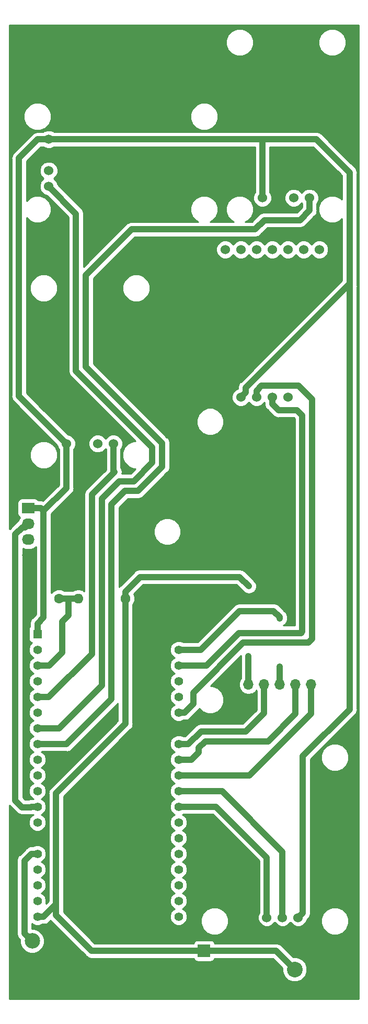
<source format=gbr>
G04 #@! TF.GenerationSoftware,KiCad,Pcbnew,(5.0.0-rc2-dev-493-gd776eaca8)*
G04 #@! TF.CreationDate,2018-07-04T02:07:02-03:00*
G04 #@! TF.ProjectId,climobike,636C696D6F62696B652E6B696361645F,rev?*
G04 #@! TF.SameCoordinates,PX6467e23PY9df22fc*
G04 #@! TF.FileFunction,Copper,L2,Bot,Signal*
G04 #@! TF.FilePolarity,Positive*
%FSLAX46Y46*%
G04 Gerber Fmt 4.6, Leading zero omitted, Abs format (unit mm)*
G04 Created by KiCad (PCBNEW (5.0.0-rc2-dev-493-gd776eaca8)) date Wed Jul  4 02:07:02 2018*
%MOMM*%
%LPD*%
G01*
G04 APERTURE LIST*
%ADD10C,1.524000*%
%ADD11C,1.600000*%
%ADD12O,1.600000X1.600000*%
%ADD13R,1.700000X1.700000*%
%ADD14O,1.700000X1.700000*%
%ADD15R,2.000000X2.000000*%
%ADD16C,2.000000*%
%ADD17R,1.400000X1.400000*%
%ADD18C,1.400000*%
%ADD19O,2.032000X1.727200*%
%ADD20R,2.032000X1.727200*%
%ADD21C,2.499360*%
%ADD22C,2.540000*%
%ADD23R,2.540000X2.540000*%
%ADD24C,1.000000*%
%ADD25C,1.000000*%
%ADD26C,0.254000*%
G04 APERTURE END LIST*
D10*
X35669999Y98070001D03*
X38209999Y98070001D03*
X43289999Y98070001D03*
X40749999Y98070001D03*
X45829999Y98070001D03*
X35669999Y121970001D03*
X38209999Y121970001D03*
X43289999Y121970001D03*
X40749999Y121970001D03*
X50909999Y121970001D03*
X48369999Y121970001D03*
X45829999Y121970001D03*
D11*
X19500000Y65500000D03*
D12*
X11880000Y65500000D03*
D13*
X36902488Y51597016D03*
D14*
X39442488Y51597016D03*
X41982488Y51597016D03*
X44522488Y51597016D03*
X47062488Y51597016D03*
X49602488Y51597016D03*
D10*
X7070000Y139810000D03*
X7070000Y137270000D03*
X7070000Y134730000D03*
X7070000Y132190000D03*
X9940000Y90570000D03*
X12480000Y90570000D03*
X15020000Y90570000D03*
X17560000Y90570000D03*
X41690000Y130320000D03*
X44230000Y130320000D03*
X46770000Y130320000D03*
X49310000Y130320000D03*
D15*
X32250000Y8500000D03*
D16*
X32250000Y3500000D03*
D10*
X39870000Y13890000D03*
X42410000Y13890000D03*
X44950000Y13890000D03*
X47490000Y13890000D03*
D17*
X5250000Y59750000D03*
D18*
X5250000Y57210000D03*
X5250000Y54670000D03*
X5250000Y52130000D03*
X5250000Y49590000D03*
X5250000Y47050000D03*
X5250000Y44510000D03*
X5250000Y41970000D03*
X5250000Y39430000D03*
X5250000Y36890000D03*
X5250000Y34350000D03*
X5250000Y31810000D03*
X5250000Y29270000D03*
X5250000Y26730000D03*
X5250000Y24190000D03*
X5250000Y21650000D03*
X5250000Y19110000D03*
X5250000Y16570000D03*
X5250000Y14030000D03*
X28110000Y14030000D03*
X28110000Y16570000D03*
X28110000Y19110000D03*
X28110000Y21650000D03*
X28110000Y24190000D03*
X28110000Y26730000D03*
X28110000Y29270000D03*
X28110000Y31810000D03*
X28110000Y34350000D03*
X28110000Y36890000D03*
X28110000Y39430000D03*
X28110000Y41970000D03*
X28110000Y44510000D03*
X28110000Y47050000D03*
X28110000Y49590000D03*
X28110000Y52130000D03*
X28110000Y54670000D03*
X28110000Y57210000D03*
X28110000Y59750000D03*
D11*
X8749999Y65500000D03*
X3669999Y65500000D03*
D19*
X3770000Y72530000D03*
X3770000Y75070000D03*
X3770000Y77610000D03*
D20*
X3770000Y80150000D03*
D21*
X11592102Y2907898D03*
X4407898Y10092102D03*
D22*
X46920000Y5500000D03*
D23*
X52000000Y5500000D03*
D24*
X39442488Y56192488D03*
X39500000Y67500000D03*
X3749999Y70000000D03*
X8500000Y70000000D03*
X44500000Y54500000D03*
X44500000Y62250000D03*
D25*
X5250000Y31810000D02*
X4260051Y31810000D01*
X4260051Y31810000D02*
X4200051Y31750000D01*
X4200051Y31750000D02*
X2750000Y31750000D01*
X6249999Y79686000D02*
X5785999Y80150000D01*
X6250000Y62450000D02*
X6249999Y79686000D01*
X5250000Y61450000D02*
X6250000Y62450000D01*
X5785999Y80150000D02*
X3770000Y80150000D01*
X5250000Y59750000D02*
X5250000Y61450000D01*
X34190000Y31810000D02*
X28110000Y31810000D01*
X42410000Y13890000D02*
X42410000Y23590001D01*
X42410000Y23590001D02*
X34190000Y31810000D01*
X35149999Y34350000D02*
X28110000Y34350001D01*
X44949999Y13890000D02*
X44949999Y24550000D01*
X44949999Y24550000D02*
X35149999Y34350000D01*
X49602488Y49347016D02*
X49602488Y51597015D01*
X28110000Y36890000D02*
X39597553Y36890000D01*
X49602487Y46894934D02*
X49602488Y49347016D01*
X39597553Y36890000D02*
X49602487Y46894934D01*
X47062487Y49347015D02*
X47062488Y51597015D01*
X30180000Y39430000D02*
X31329999Y40579999D01*
X47062487Y46894934D02*
X47062487Y49347015D01*
X31329999Y40579999D02*
X31329999Y41329999D01*
X28110000Y39430000D02*
X30180000Y39430000D01*
X31329999Y41329999D02*
X32420001Y42420001D01*
X32420001Y42420001D02*
X42587554Y42420001D01*
X42587554Y42420001D02*
X47062487Y46894934D01*
X29707246Y41970000D02*
X31757255Y44020011D01*
X28110000Y41970000D02*
X29707246Y41970000D01*
X31757255Y44020011D02*
X39020011Y44020011D01*
X41982488Y46982488D02*
X41982488Y49347015D01*
X39020011Y44020011D02*
X41982488Y46982488D01*
X41982488Y49347015D02*
X41982487Y51597015D01*
X6239949Y14030000D02*
X5250000Y14030000D01*
X8250000Y16040051D02*
X6239949Y14030000D01*
X8249999Y34000000D02*
X8250000Y16040051D01*
X39442488Y51597015D02*
X39442488Y56192488D01*
X19500000Y45250000D02*
X18750000Y44500000D01*
X19500000Y65500000D02*
X19500000Y45250000D01*
X18750000Y44500000D02*
X8249999Y34000000D01*
X32250000Y8500000D02*
X14000000Y8500000D01*
X8250000Y14250000D02*
X8250000Y16040051D01*
X14000000Y8500000D02*
X8250000Y14250000D01*
X19500000Y66631370D02*
X21868629Y69000000D01*
X19500000Y65500000D02*
X19500000Y66631370D01*
X38000000Y69000001D02*
X39500000Y67500000D01*
X21868629Y69000000D02*
X38000000Y69000001D01*
X43919999Y8500000D02*
X46919999Y5500000D01*
X32250000Y8500000D02*
X43919999Y8500000D01*
X36902487Y48976078D02*
X33676409Y45750000D01*
X36902488Y51597015D02*
X36902487Y48976078D01*
X33676409Y45750000D02*
X30750000Y45750000D01*
X29510000Y44510000D02*
X28109999Y44510000D01*
X30750000Y45750000D02*
X29510000Y44510000D01*
X3769999Y72530000D02*
X3769999Y70020000D01*
X3769999Y70020000D02*
X3749999Y70000000D01*
X44230000Y130320000D02*
X44229999Y128520000D01*
X9939999Y83376000D02*
X6249999Y79686000D01*
X9940000Y90570000D02*
X9939999Y83376000D01*
X2250000Y136750000D02*
X2250000Y98260000D01*
X2250000Y98260000D02*
X9940000Y90570000D01*
X7069999Y139810000D02*
X5310000Y139810000D01*
X5310000Y139810000D02*
X2250000Y136750000D01*
X34450000Y139810000D02*
X34000000Y139810000D01*
X34000000Y139810000D02*
X7069999Y139810000D01*
X38210000Y98070000D02*
X38971999Y98831999D01*
X38971999Y98831999D02*
X38971999Y99632384D01*
X41690000Y130320000D02*
X41690000Y139619999D01*
X50440000Y139810000D02*
X41499999Y139810000D01*
X41690000Y139619999D02*
X41499999Y139810000D01*
X41499999Y139810000D02*
X34000000Y139810000D01*
X38971999Y99632384D02*
X55589615Y116250000D01*
X55809535Y116030079D02*
X55589615Y116250000D01*
X55809536Y47559536D02*
X55809535Y116030079D01*
X48251999Y40001998D02*
X55809536Y47559536D01*
X47489999Y13890000D02*
X48251999Y14652000D01*
X48251999Y14652000D02*
X48251999Y40001998D01*
X55809535Y134440464D02*
X55250000Y135000000D01*
X55499999Y134750000D02*
X55250000Y135000000D01*
X55809535Y116030079D02*
X55809535Y134440464D01*
X55250000Y135000000D02*
X50440000Y139810000D01*
X10250000Y62750000D02*
X9250000Y61750000D01*
X10250000Y65500000D02*
X10250000Y62750000D01*
X10250000Y65500000D02*
X11880000Y65500000D01*
X8749999Y65500000D02*
X10250000Y65500000D01*
X9250000Y61750000D02*
X9250000Y56750000D01*
X7170000Y54670000D02*
X5249999Y54670000D01*
X9250000Y56750000D02*
X7170000Y54670000D01*
X17560000Y86190001D02*
X17560000Y90570000D01*
X17750000Y86000000D02*
X17560000Y86190001D01*
X14059999Y82310000D02*
X17750000Y86000000D01*
X14059999Y56560000D02*
X14059999Y82310000D01*
X5250000Y49590000D02*
X7089999Y49590000D01*
X7089999Y49590000D02*
X14059999Y56560000D01*
X15660010Y56750000D02*
X15660010Y55897255D01*
X15660010Y53930061D02*
X15660010Y56750000D01*
X15660010Y51410010D02*
X15660010Y53930061D01*
X5249999Y44510000D02*
X8759999Y44510000D01*
X8759999Y44510000D02*
X15660010Y51410010D01*
X11499999Y127760000D02*
X7069999Y132190000D01*
X11499999Y102348002D02*
X11499999Y127760000D01*
X15660010Y81647256D02*
X18512754Y84500000D01*
X15660010Y56750000D02*
X15660010Y81647256D01*
X20848002Y84500001D02*
X23850000Y87501999D01*
X18512754Y84500000D02*
X20848002Y84500001D01*
X23850000Y87501999D02*
X23850000Y89998001D01*
X23850000Y89998001D02*
X11499999Y102348002D01*
X5250000Y41970000D02*
X9970000Y41970000D01*
X9970000Y41970000D02*
X17250000Y49250000D01*
X17260020Y49260020D02*
X17260019Y56087255D01*
X17250000Y49250000D02*
X17260020Y49260020D01*
X17260019Y56087255D02*
X17260020Y70750000D01*
X17260020Y80760020D02*
X19399990Y82899990D01*
X17260020Y70750000D02*
X17260020Y80760020D01*
X21510747Y82899990D02*
X22448012Y83837255D01*
X19399990Y82899990D02*
X21510747Y82899990D01*
X22448012Y83837256D02*
X25450011Y86839254D01*
X22448012Y83837255D02*
X22448012Y83837256D01*
X25450011Y90660746D02*
X24110756Y92000000D01*
X25450011Y86839254D02*
X25450011Y90660746D01*
X24110756Y92000000D02*
X13610755Y102500000D01*
X13610755Y102500000D02*
X13249999Y102860756D01*
X49309999Y128310000D02*
X49309999Y130320000D01*
X47750000Y126750000D02*
X49309999Y128310000D01*
X13100009Y103010747D02*
X13100009Y117850010D01*
X40500000Y125250000D02*
X41999999Y126750000D01*
X13610755Y102500000D02*
X13100009Y103010747D01*
X13100009Y117850010D02*
X20499999Y125250000D01*
X20499999Y125250000D02*
X40500000Y125250000D01*
X41999999Y126750000D02*
X47750000Y126750000D01*
X1653990Y75883353D02*
X1653990Y32846010D01*
X2804247Y77033610D02*
X1653990Y75883353D01*
X3770000Y77520000D02*
X3283610Y77033610D01*
X1653990Y32846010D02*
X2750000Y31750000D01*
X3283610Y77033610D02*
X2804247Y77033610D01*
X3770000Y77610000D02*
X3770000Y77520000D01*
X4260051Y24190000D02*
X5250000Y24190001D01*
X3158218Y11341781D02*
X3158219Y23088168D01*
X3158219Y23088168D02*
X4260051Y24190000D01*
X4407897Y10092102D02*
X3158218Y11341781D01*
X40749999Y99147631D02*
X40749999Y98070000D01*
X41534370Y99932001D02*
X40749999Y99147631D01*
X49749999Y97750000D02*
X47567999Y99932001D01*
X49749999Y59000000D02*
X49749999Y97750000D01*
X28110000Y47050000D02*
X29099949Y47050000D01*
X29099949Y47050000D02*
X30499999Y48450051D01*
X30499999Y48450051D02*
X30500000Y50269594D01*
X49100008Y58350008D02*
X49749999Y59000000D01*
X47567999Y99932001D02*
X41534370Y99932001D01*
X30500000Y50269594D02*
X38580414Y58350008D01*
X38580414Y58350008D02*
X49100008Y58350008D01*
X43290000Y96992370D02*
X43290000Y98070001D01*
X47249999Y96000000D02*
X44282370Y96000000D01*
X32637650Y54670000D02*
X37917668Y59950018D01*
X37917668Y59950018D02*
X47950017Y59950018D01*
X28110000Y54670000D02*
X32637650Y54670000D01*
X44282370Y96000000D02*
X43290000Y96992370D01*
X48149989Y60149990D02*
X48149989Y95100010D01*
X47950017Y59950018D02*
X48149989Y60149990D01*
X48149989Y95100010D02*
X47249999Y96000000D01*
X44522488Y51597015D02*
X44522488Y54477512D01*
X44522488Y54477512D02*
X44500000Y54500000D01*
X31710000Y57210000D02*
X28110000Y57210001D01*
X44500000Y62250000D02*
X44500000Y62500000D01*
X44500000Y62500000D02*
X43500000Y63500000D01*
X43500000Y63500000D02*
X38000000Y63500000D01*
X38000000Y63500000D02*
X31710000Y57210000D01*
D26*
G36*
X769373Y31961393D02*
X871821Y31892940D01*
X1796930Y30967831D01*
X1865382Y30865384D01*
X1967830Y30796931D01*
X1967832Y30796929D01*
X2119288Y30695730D01*
X2250000Y30608391D01*
X2271250Y30594192D01*
X2325495Y30583402D01*
X2629152Y30523000D01*
X2629157Y30523000D01*
X2750000Y30498963D01*
X2870843Y30523000D01*
X4079208Y30523000D01*
X4200051Y30498963D01*
X4320894Y30523000D01*
X4320897Y30523000D01*
X4528477Y30564290D01*
X4587118Y30540000D01*
X4441669Y30479753D01*
X4040247Y30078331D01*
X3823000Y29553848D01*
X3823000Y28986152D01*
X4040247Y28461669D01*
X4441669Y28060247D01*
X4966152Y27843000D01*
X5533848Y27843000D01*
X6058331Y28060247D01*
X6459753Y28461669D01*
X6677000Y28986152D01*
X6676999Y29553848D01*
X6459753Y30078331D01*
X6058331Y30479753D01*
X5912881Y30540000D01*
X6058330Y30600247D01*
X6459752Y31001669D01*
X6677000Y31526152D01*
X6676999Y32093848D01*
X6459753Y32618331D01*
X6058330Y33019753D01*
X5912881Y33080000D01*
X6058330Y33140247D01*
X6459753Y33541669D01*
X6677000Y34066152D01*
X6677000Y34633848D01*
X6459753Y35158330D01*
X6058330Y35559753D01*
X5912881Y35620000D01*
X6058331Y35680247D01*
X6459753Y36081669D01*
X6676999Y36606152D01*
X6677000Y37173848D01*
X6459753Y37698332D01*
X6058331Y38099753D01*
X5912881Y38160000D01*
X6058331Y38220247D01*
X6459753Y38621669D01*
X6676999Y39146152D01*
X6676999Y39713848D01*
X6459753Y40238331D01*
X6058331Y40639753D01*
X5912881Y40700000D01*
X6016692Y40743000D01*
X9849152Y40743001D01*
X9969999Y40718963D01*
X10448750Y40814192D01*
X10752168Y41016929D01*
X10752169Y41016931D01*
X10854617Y41085384D01*
X10923069Y41187831D01*
X18042190Y48306950D01*
X18144636Y48375403D01*
X18273000Y48567512D01*
X18273000Y45758239D01*
X17967834Y45453073D01*
X17967831Y45453071D01*
X7467833Y34953072D01*
X7365383Y34884617D01*
X7094192Y34478752D01*
X7022999Y34120847D01*
X7022999Y34120843D01*
X6998963Y34000000D01*
X7023000Y33879157D01*
X7023000Y16548291D01*
X6617701Y16142992D01*
X6676999Y16286152D01*
X6676999Y16853848D01*
X6459753Y17378331D01*
X6058331Y17779753D01*
X5912881Y17840000D01*
X6058331Y17900247D01*
X6459753Y18301668D01*
X6677000Y18826152D01*
X6676999Y19393848D01*
X6459753Y19918331D01*
X6058330Y20319753D01*
X5912881Y20380000D01*
X6058330Y20440247D01*
X6459753Y20841670D01*
X6677000Y21366152D01*
X6677000Y21933848D01*
X6459753Y22458331D01*
X6058330Y22859753D01*
X5912881Y22920001D01*
X6058330Y22980247D01*
X6459753Y23381669D01*
X6676999Y23906152D01*
X6677000Y24473848D01*
X6459752Y24998331D01*
X6058330Y25399753D01*
X5533848Y25617000D01*
X4966152Y25617000D01*
X4483307Y25417000D01*
X4380893Y25417000D01*
X4260051Y25441037D01*
X4139208Y25417000D01*
X4139204Y25417000D01*
X3781299Y25345808D01*
X3563808Y25200485D01*
X3477882Y25143071D01*
X3477881Y25143070D01*
X3375434Y25074617D01*
X3306981Y24972170D01*
X2376051Y24041240D01*
X2273601Y23972785D01*
X2002410Y23566920D01*
X1931219Y23209015D01*
X1931219Y23209011D01*
X1907181Y23088168D01*
X1931218Y22967325D01*
X1931219Y11462624D01*
X1907182Y11341781D01*
X1931218Y11220938D01*
X1931219Y11220935D01*
X2002411Y10863029D01*
X2273601Y10457164D01*
X2376050Y10388711D01*
X2431218Y10333542D01*
X2431218Y9698916D01*
X2732150Y8972404D01*
X3288198Y8416355D01*
X4014712Y8115422D01*
X4801084Y8115422D01*
X5527596Y8416354D01*
X6083645Y8972403D01*
X6384578Y9698916D01*
X6384578Y10485288D01*
X6083645Y11211802D01*
X5527596Y11767851D01*
X4801084Y12068782D01*
X4385219Y12068782D01*
X4385219Y12876697D01*
X4441669Y12820247D01*
X4966152Y12602999D01*
X5533847Y12603000D01*
X6016693Y12803000D01*
X6119105Y12803000D01*
X6239949Y12778964D01*
X6360792Y12803000D01*
X6360795Y12803000D01*
X6718699Y12874193D01*
X7124565Y13145383D01*
X7193020Y13247833D01*
X7343428Y13398240D01*
X7365383Y13365383D01*
X7467830Y13296931D01*
X13046930Y7717831D01*
X13115383Y7615384D01*
X13217830Y7546931D01*
X13217832Y7546929D01*
X13521249Y7344192D01*
X14000000Y7248963D01*
X14120847Y7273001D01*
X30553911Y7273000D01*
X30565182Y7216339D01*
X30725863Y6975863D01*
X30966339Y6815182D01*
X31249999Y6758758D01*
X33249999Y6758758D01*
X33533660Y6815182D01*
X33774137Y6975863D01*
X33934817Y7216339D01*
X33946089Y7273000D01*
X43411758Y7273001D01*
X44922999Y5761761D01*
X44923000Y5102772D01*
X45227025Y4368790D01*
X45788789Y3807025D01*
X46522772Y3503000D01*
X47317228Y3503000D01*
X48051210Y3807025D01*
X48612975Y4368790D01*
X48916999Y5102772D01*
X48916999Y5897228D01*
X48612975Y6631210D01*
X48051210Y7192975D01*
X47317228Y7497000D01*
X46658239Y7497001D01*
X44873069Y9282170D01*
X44804617Y9384617D01*
X44398752Y9655808D01*
X44040847Y9727000D01*
X44040843Y9727000D01*
X43919999Y9751037D01*
X43799157Y9727000D01*
X33946089Y9727000D01*
X33934818Y9783661D01*
X33774137Y10024137D01*
X33533661Y10184818D01*
X33487021Y10194095D01*
X33487021Y11093001D01*
X34372977Y11093000D01*
X35191494Y11432040D01*
X35817960Y12058506D01*
X36156999Y12877022D01*
X36156999Y13762978D01*
X35817960Y14581494D01*
X35191494Y15207960D01*
X34372977Y15547000D01*
X33487021Y15547000D01*
X32668506Y15207960D01*
X32042040Y14581494D01*
X31703000Y13762978D01*
X31703000Y12877022D01*
X32042040Y12058506D01*
X32668506Y11432040D01*
X33487021Y11093001D01*
X33487021Y10194095D01*
X33249999Y10241242D01*
X31250000Y10241242D01*
X30966339Y10184818D01*
X30725862Y10024137D01*
X30565181Y9783661D01*
X30553911Y9727000D01*
X14508239Y9727000D01*
X9477000Y14758240D01*
X9476999Y15919207D01*
X9501037Y16040050D01*
X9477000Y16160893D01*
X9476999Y33491761D01*
X19703071Y43717831D01*
X19703072Y43717834D01*
X20282166Y44296928D01*
X20384616Y44365383D01*
X20655807Y44771248D01*
X20727000Y45129153D01*
X20727000Y45129156D01*
X20751036Y45249999D01*
X20727000Y45370842D01*
X20727000Y64567495D01*
X20794528Y64635023D01*
X21027000Y65196261D01*
X21027000Y65803739D01*
X20845584Y66241715D01*
X22376869Y67773000D01*
X37491759Y67773001D01*
X38459799Y66804961D01*
X38804960Y66459800D01*
X38918801Y66412645D01*
X39021250Y66344192D01*
X39142093Y66320155D01*
X39255935Y66273000D01*
X39379157Y66273000D01*
X39499999Y66248964D01*
X39620843Y66273000D01*
X39744065Y66273000D01*
X39857907Y66320155D01*
X39978750Y66344192D01*
X40081198Y66412645D01*
X40195039Y66459800D01*
X40282168Y66546929D01*
X40384617Y66615383D01*
X40453070Y66717832D01*
X40540199Y66804961D01*
X40587355Y66918802D01*
X40655808Y67021250D01*
X40679845Y67142092D01*
X40727000Y67255935D01*
X40727000Y67379157D01*
X40751036Y67500000D01*
X40726999Y67620843D01*
X40727000Y67744065D01*
X40679845Y67857907D01*
X40655808Y67978750D01*
X40587355Y68081198D01*
X40540199Y68195040D01*
X38953070Y69782169D01*
X38884616Y69884617D01*
X38717831Y69996060D01*
X38478752Y70155808D01*
X38305534Y70190263D01*
X38120846Y70227000D01*
X38120844Y70227000D01*
X38000000Y70251037D01*
X37879157Y70227000D01*
X32766557Y70227001D01*
X32766557Y91904127D01*
X33652513Y91904128D01*
X34471028Y92243167D01*
X35097495Y92869633D01*
X35436535Y93688150D01*
X35436535Y94574105D01*
X35373820Y94725512D01*
X35373820Y120481000D01*
X35966180Y120481000D01*
X36513450Y120707688D01*
X36932312Y121126549D01*
X36939999Y121145107D01*
X36947686Y121126549D01*
X37366549Y120707687D01*
X37913820Y120481000D01*
X38506180Y120481000D01*
X39053451Y120707687D01*
X39472313Y121126549D01*
X39480000Y121145107D01*
X39487687Y121126549D01*
X39906548Y120707687D01*
X40453820Y120481000D01*
X41046180Y120481000D01*
X41593451Y120707687D01*
X42012313Y121126549D01*
X42020000Y121145107D01*
X42027687Y121126549D01*
X42446549Y120707688D01*
X42993820Y120481000D01*
X43586180Y120481000D01*
X44133450Y120707687D01*
X44552313Y121126549D01*
X44560000Y121145107D01*
X44567687Y121126549D01*
X44986548Y120707688D01*
X45533819Y120481000D01*
X46126180Y120481000D01*
X46673451Y120707688D01*
X47092312Y121126549D01*
X47099999Y121145107D01*
X47107686Y121126549D01*
X47526549Y120707687D01*
X48073820Y120481000D01*
X48666179Y120481000D01*
X49213451Y120707687D01*
X49632313Y121126549D01*
X49640000Y121145107D01*
X49647687Y121126549D01*
X50066548Y120707687D01*
X50613819Y120481000D01*
X51206180Y120481000D01*
X51753451Y120707687D01*
X52172312Y121126549D01*
X52399000Y121673820D01*
X52399000Y122266180D01*
X52172312Y122813451D01*
X51753451Y123232313D01*
X51206180Y123459000D01*
X50613819Y123459000D01*
X50066548Y123232313D01*
X49647687Y122813451D01*
X49640000Y122794893D01*
X49632313Y122813451D01*
X49213450Y123232313D01*
X48666179Y123459000D01*
X48073820Y123459000D01*
X47526549Y123232313D01*
X47107687Y122813451D01*
X47099999Y122794894D01*
X47092312Y122813452D01*
X46673451Y123232313D01*
X46126180Y123459000D01*
X45533819Y123459000D01*
X44986548Y123232313D01*
X44567687Y122813452D01*
X44560000Y122794894D01*
X44552313Y122813452D01*
X44133451Y123232313D01*
X43586180Y123459000D01*
X42993820Y123459000D01*
X42446549Y123232313D01*
X42027686Y122813451D01*
X42019999Y122794893D01*
X42012312Y122813451D01*
X41593451Y123232313D01*
X41046180Y123459000D01*
X40453820Y123459000D01*
X39906549Y123232313D01*
X39487687Y122813451D01*
X39480000Y122794893D01*
X39472313Y122813451D01*
X39053450Y123232313D01*
X38506180Y123459000D01*
X37913820Y123459000D01*
X37366549Y123232313D01*
X36947687Y122813451D01*
X36940000Y122794893D01*
X36932313Y122813451D01*
X36513450Y123232313D01*
X35966180Y123459000D01*
X35373820Y123459000D01*
X34826548Y123232313D01*
X34407686Y122813452D01*
X34181000Y122266180D01*
X34180999Y121673820D01*
X34407686Y121126549D01*
X34826549Y120707687D01*
X35373820Y120481000D01*
X35373820Y94725512D01*
X35097495Y95392621D01*
X34471028Y96019088D01*
X33652513Y96358127D01*
X32766557Y96358128D01*
X31948041Y96019087D01*
X31321575Y95392621D01*
X30982535Y94574106D01*
X30982535Y93688149D01*
X31321574Y92869633D01*
X31948040Y92243167D01*
X32766557Y91904127D01*
X32766557Y70227001D01*
X25827021Y70227000D01*
X25827021Y74113000D01*
X26712978Y74113000D01*
X27531493Y74452040D01*
X28157959Y75078506D01*
X28497000Y75897022D01*
X28496999Y76782978D01*
X28157959Y77601494D01*
X27531494Y78227960D01*
X26712977Y78567000D01*
X25827022Y78567000D01*
X25008506Y78227960D01*
X24382039Y77601494D01*
X24043000Y76782978D01*
X24042999Y75897022D01*
X24382040Y75078506D01*
X25008506Y74452041D01*
X25827021Y74113000D01*
X25827021Y70227000D01*
X21989472Y70227000D01*
X21868630Y70251037D01*
X21747787Y70227001D01*
X21747783Y70227000D01*
X21389878Y70155808D01*
X20984012Y69884617D01*
X20915559Y69782170D01*
X18717831Y67584441D01*
X18615383Y67515987D01*
X18487020Y67323880D01*
X18487020Y80251781D01*
X19908231Y81672990D01*
X21389899Y81672991D01*
X21510746Y81648953D01*
X21989497Y81744182D01*
X21989498Y81744183D01*
X21989498Y81744183D01*
X22098982Y81817337D01*
X22292914Y81946919D01*
X22292917Y81946921D01*
X22395364Y82015374D01*
X22463816Y82117821D01*
X23230181Y82884184D01*
X23332629Y82952638D01*
X23401086Y83055091D01*
X26232179Y85886184D01*
X26334628Y85954637D01*
X26605819Y86360502D01*
X26677010Y86718407D01*
X26677010Y86718410D01*
X26701048Y86839253D01*
X26677010Y86960096D01*
X26677011Y90539903D01*
X26701047Y90660746D01*
X26677011Y90781589D01*
X26677010Y90781593D01*
X26605819Y91139498D01*
X26334628Y91545363D01*
X26232178Y91613818D01*
X24892923Y92953072D01*
X24892921Y92953074D01*
X20807021Y97038973D01*
X20807021Y113523000D01*
X21692977Y113523000D01*
X22511494Y113862040D01*
X23137959Y114488506D01*
X23476999Y115307022D01*
X23477000Y116192978D01*
X23137959Y117011494D01*
X22511493Y117637960D01*
X21692978Y117977000D01*
X20807021Y117977000D01*
X19988506Y117637960D01*
X19362040Y117011494D01*
X19023000Y116192978D01*
X19023000Y115307022D01*
X19362040Y114488507D01*
X19988506Y113862040D01*
X20807021Y113523000D01*
X20807021Y97038973D01*
X14392924Y103453072D01*
X14392922Y103453073D01*
X14327009Y103518985D01*
X14327010Y117341771D01*
X21008239Y124023000D01*
X40379152Y124023001D01*
X40500000Y123998963D01*
X40978750Y124094192D01*
X41282167Y124296929D01*
X41282169Y124296931D01*
X41384617Y124365384D01*
X41453069Y124467831D01*
X42508240Y125523000D01*
X47629152Y125523001D01*
X47750000Y125498963D01*
X48228750Y125594192D01*
X48532168Y125796929D01*
X48532169Y125796931D01*
X48634617Y125865384D01*
X48703070Y125967832D01*
X50092168Y127356930D01*
X50194616Y127425383D01*
X50465807Y127831248D01*
X50537000Y128189153D01*
X50537000Y128189156D01*
X50561036Y128309999D01*
X50537000Y128430842D01*
X50536999Y129441236D01*
X50572312Y129476549D01*
X50798999Y130023820D01*
X50798999Y130616180D01*
X50572312Y131163451D01*
X50153451Y131582313D01*
X49606180Y131809000D01*
X49013819Y131809000D01*
X48466548Y131582313D01*
X48047687Y131163451D01*
X48040000Y131144893D01*
X48032313Y131163451D01*
X47613451Y131582313D01*
X47066180Y131809000D01*
X46473820Y131809000D01*
X45926549Y131582313D01*
X45507687Y131163451D01*
X45281000Y130616180D01*
X45281000Y130023820D01*
X45507687Y129476549D01*
X45926549Y129057687D01*
X46473820Y128831000D01*
X47066180Y128831000D01*
X47613451Y129057687D01*
X48032313Y129476549D01*
X48040000Y129495107D01*
X48047687Y129476549D01*
X48082999Y129441236D01*
X48082999Y128818240D01*
X47241761Y127977000D01*
X42120842Y127977001D01*
X41999998Y128001037D01*
X41879154Y127977000D01*
X41879153Y127977001D01*
X41521247Y127905808D01*
X41217830Y127703071D01*
X41217830Y127703070D01*
X41115383Y127634617D01*
X41046930Y127532170D01*
X39991761Y126477000D01*
X38935478Y126477000D01*
X39261494Y126612040D01*
X39887959Y127238506D01*
X40226999Y128057022D01*
X40227000Y128942978D01*
X39887959Y129761494D01*
X39261494Y130387960D01*
X38442978Y130727000D01*
X37557021Y130727000D01*
X36738506Y130387960D01*
X36112040Y129761494D01*
X35772999Y128942978D01*
X35772999Y128057022D01*
X36112040Y127238506D01*
X36738506Y126612040D01*
X37064521Y126477000D01*
X33185478Y126477000D01*
X33511494Y126612040D01*
X34137959Y127238506D01*
X34476999Y128057022D01*
X34477000Y128942978D01*
X34137959Y129761494D01*
X33511494Y130387960D01*
X32692978Y130727000D01*
X31807021Y130727000D01*
X30988506Y130387960D01*
X30362040Y129761494D01*
X30022999Y128942978D01*
X30022999Y128057022D01*
X30362040Y127238506D01*
X30988506Y126612040D01*
X31314521Y126477000D01*
X20620842Y126477001D01*
X20499998Y126501037D01*
X20379153Y126477000D01*
X20379153Y126477000D01*
X20021248Y126405808D01*
X19905807Y126328673D01*
X19717830Y126203071D01*
X19717829Y126203070D01*
X19615382Y126134617D01*
X19546930Y126032170D01*
X12727000Y119212239D01*
X12726999Y127639157D01*
X12751037Y127760000D01*
X12726999Y127880843D01*
X12727000Y127880847D01*
X12655808Y128238752D01*
X12384617Y128644617D01*
X12282167Y128713073D01*
X8558999Y132436240D01*
X8558999Y132486180D01*
X8332312Y133033451D01*
X7913450Y133452313D01*
X7894892Y133460000D01*
X7913450Y133467687D01*
X8332313Y133886549D01*
X8559000Y134433820D01*
X8558999Y135026180D01*
X8332313Y135573451D01*
X7913451Y135992313D01*
X7366179Y136219000D01*
X6773820Y136219000D01*
X6226549Y135992313D01*
X5807686Y135573451D01*
X5580999Y135026180D01*
X5581000Y134433820D01*
X5807687Y133886549D01*
X6226549Y133467687D01*
X6245106Y133460000D01*
X6226548Y133452313D01*
X5807686Y133033451D01*
X5580999Y132486180D01*
X5580999Y131893820D01*
X5807686Y131346549D01*
X6226548Y130927687D01*
X6773819Y130701000D01*
X6823759Y130701000D01*
X10272999Y127251761D01*
X10272999Y102468845D01*
X10248963Y102348001D01*
X10272999Y102227159D01*
X10272999Y102227155D01*
X10344191Y101869251D01*
X10615382Y101463385D01*
X10717830Y101394932D01*
X21135762Y90977000D01*
X20807021Y90977000D01*
X19988506Y90637960D01*
X19362040Y90011494D01*
X19023000Y89192978D01*
X19023000Y88307022D01*
X19362040Y87488506D01*
X19988506Y86862041D01*
X20807021Y86523000D01*
X21135762Y86523000D01*
X20339762Y85727000D01*
X18946734Y85727000D01*
X19001037Y86000000D01*
X19001037Y86000000D01*
X18905808Y86478750D01*
X18787000Y86656560D01*
X18787000Y89691236D01*
X18822313Y89726548D01*
X19048999Y90273820D01*
X19049000Y90866180D01*
X18822313Y91413451D01*
X18403450Y91832313D01*
X17856179Y92059000D01*
X17263820Y92059000D01*
X16716549Y91832312D01*
X16297687Y91413451D01*
X16289999Y91394893D01*
X16282312Y91413451D01*
X15863451Y91832313D01*
X15316180Y92059000D01*
X14723819Y92059000D01*
X14176548Y91832313D01*
X13757687Y91413451D01*
X13530999Y90866180D01*
X13530999Y90273820D01*
X13757687Y89726549D01*
X14176548Y89307687D01*
X14723819Y89081000D01*
X15316180Y89081000D01*
X15863451Y89307687D01*
X16282312Y89726549D01*
X16289999Y89745107D01*
X16297686Y89726549D01*
X16332999Y89691236D01*
X16333000Y86318240D01*
X13277832Y83263071D01*
X13175382Y83194617D01*
X12904192Y82788753D01*
X12832999Y82430847D01*
X12832999Y82430843D01*
X12808963Y82310000D01*
X12833000Y82189157D01*
X12832999Y66699732D01*
X12475806Y66938402D01*
X11880000Y67056915D01*
X11284194Y66938402D01*
X10967809Y66727000D01*
X10370847Y66727000D01*
X10250000Y66751038D01*
X10129153Y66727000D01*
X9682504Y66727000D01*
X9614976Y66794528D01*
X9053739Y67027000D01*
X8446261Y67027000D01*
X7885024Y66794528D01*
X7477000Y66386504D01*
X7476999Y79177761D01*
X10722170Y82422930D01*
X10824616Y82491383D01*
X11095807Y82897248D01*
X11167000Y83255153D01*
X11167000Y83255156D01*
X11191036Y83375999D01*
X11167000Y83496842D01*
X11167000Y89691236D01*
X11202313Y89726549D01*
X11429000Y90273820D01*
X11428999Y90866180D01*
X11202313Y91413451D01*
X10783451Y91832313D01*
X10236180Y92059000D01*
X10186239Y92059000D01*
X5807022Y96438217D01*
X5807022Y113523000D01*
X6692978Y113523000D01*
X7511493Y113862040D01*
X8137960Y114488507D01*
X8477000Y115307022D01*
X8477000Y116192978D01*
X8137960Y117011495D01*
X7511494Y117637960D01*
X6692978Y117977000D01*
X5807022Y117977000D01*
X4988506Y117637960D01*
X4362040Y117011494D01*
X4023000Y116192978D01*
X4023000Y115307022D01*
X4362040Y114488506D01*
X4988505Y113862040D01*
X5807022Y113523000D01*
X5807022Y96438217D01*
X3477000Y98768240D01*
X3477000Y127123547D01*
X3988506Y126612040D01*
X4807021Y126273000D01*
X5692977Y126273000D01*
X6511494Y126612040D01*
X7137959Y127238506D01*
X7476999Y128057022D01*
X7476999Y128942978D01*
X7137959Y129761494D01*
X6511493Y130387960D01*
X5692977Y130727000D01*
X4807021Y130727000D01*
X3988506Y130387960D01*
X3477000Y129876454D01*
X3477000Y136241761D01*
X5818240Y138583000D01*
X6191236Y138583000D01*
X6226549Y138547687D01*
X6773820Y138321000D01*
X7366179Y138321000D01*
X7913450Y138547688D01*
X7948764Y138583001D01*
X33879152Y138583000D01*
X34570846Y138583000D01*
X34570851Y138583001D01*
X40463000Y138583000D01*
X40463000Y131198764D01*
X40427687Y131163451D01*
X40201000Y130616180D01*
X40201000Y130023821D01*
X40427686Y129476549D01*
X40846549Y129057687D01*
X41393820Y128831000D01*
X41986179Y128831000D01*
X42533451Y129057687D01*
X42952313Y129476549D01*
X43179000Y130023821D01*
X43179000Y130616180D01*
X42952313Y131163451D01*
X42917000Y131198764D01*
X42917000Y138583000D01*
X49931760Y138583000D01*
X54296929Y134217832D01*
X54582535Y133932226D01*
X54582535Y130066918D01*
X54261493Y130387960D01*
X53442978Y130727000D01*
X52557022Y130727000D01*
X51738505Y130387960D01*
X51112039Y129761494D01*
X50773000Y128942978D01*
X50773000Y128057022D01*
X51112039Y127238506D01*
X51738505Y126612040D01*
X52557022Y126273000D01*
X53442978Y126273000D01*
X54261493Y126612040D01*
X54582535Y126933082D01*
X54582535Y116978161D01*
X38189831Y100585455D01*
X38087382Y100517001D01*
X37816191Y100111136D01*
X37744999Y99753231D01*
X37744999Y99753227D01*
X37720961Y99632384D01*
X37744999Y99511541D01*
X37744999Y99489072D01*
X37366549Y99332313D01*
X36947687Y98913451D01*
X36721000Y98366180D01*
X36721000Y97773820D01*
X36947687Y97226549D01*
X37366549Y96807687D01*
X37913820Y96581000D01*
X38506180Y96581000D01*
X39053451Y96807687D01*
X39472313Y97226549D01*
X39480000Y97245107D01*
X39487687Y97226549D01*
X39906548Y96807687D01*
X40453819Y96581000D01*
X41046180Y96581000D01*
X41593451Y96807687D01*
X42012312Y97226549D01*
X42020000Y97245107D01*
X42027687Y97226549D01*
X42063000Y97191236D01*
X42062999Y97113212D01*
X42038963Y96992369D01*
X42062999Y96871526D01*
X42062999Y96871523D01*
X42134192Y96513618D01*
X42405383Y96107753D01*
X42507831Y96039299D01*
X43329299Y95217832D01*
X43397752Y95115384D01*
X43500200Y95046931D01*
X43500201Y95046930D01*
X43620847Y94966317D01*
X43794192Y94850492D01*
X43803620Y94844192D01*
X44282369Y94748963D01*
X44403216Y94773001D01*
X46741759Y94773000D01*
X46922989Y94591771D01*
X46922990Y61177018D01*
X45115895Y61177018D01*
X45195039Y61209800D01*
X45282167Y61296928D01*
X45384617Y61365383D01*
X45453072Y61467833D01*
X45540200Y61554961D01*
X45587353Y61668798D01*
X45655808Y61771248D01*
X45679846Y61892096D01*
X45727000Y62005935D01*
X45727000Y62379158D01*
X45751036Y62500000D01*
X45727000Y62620843D01*
X45727000Y62620847D01*
X45655807Y62978752D01*
X45384617Y63384617D01*
X45282166Y63453073D01*
X44453070Y64282170D01*
X44384617Y64384617D01*
X44282170Y64453071D01*
X44282168Y64453072D01*
X44133450Y64552441D01*
X43978752Y64655808D01*
X43620847Y64727000D01*
X43620842Y64727000D01*
X43499999Y64751037D01*
X43379157Y64727000D01*
X38120841Y64727000D01*
X37999998Y64751037D01*
X37879156Y64727000D01*
X37879153Y64727000D01*
X37521247Y64655808D01*
X37115382Y64384617D01*
X37046929Y64282169D01*
X31201761Y58437001D01*
X28876692Y58437000D01*
X28393848Y58637000D01*
X27826152Y58637000D01*
X27301669Y58419754D01*
X26900246Y58018331D01*
X26683000Y57493848D01*
X26683000Y56926152D01*
X26900247Y56401669D01*
X27301669Y56000247D01*
X27447118Y55940000D01*
X27301669Y55879753D01*
X26900247Y55478331D01*
X26683000Y54953848D01*
X26683000Y54386152D01*
X26900246Y53861669D01*
X27301669Y53460247D01*
X27447118Y53400000D01*
X27301669Y53339753D01*
X26900247Y52938331D01*
X26683000Y52413848D01*
X26683000Y51846152D01*
X26900247Y51321669D01*
X27301669Y50920247D01*
X27447119Y50860000D01*
X27301669Y50799753D01*
X26900247Y50398331D01*
X26683000Y49873848D01*
X26683000Y49306153D01*
X26900247Y48781669D01*
X27301669Y48380247D01*
X27447119Y48320000D01*
X27301669Y48259753D01*
X26900246Y47858331D01*
X26683000Y47333848D01*
X26683000Y46766152D01*
X26900247Y46241669D01*
X27301669Y45840248D01*
X27826152Y45623000D01*
X28393847Y45623000D01*
X28876692Y45823000D01*
X28979105Y45823000D01*
X29099949Y45798963D01*
X29220792Y45823000D01*
X29220796Y45823000D01*
X29578700Y45894192D01*
X29984565Y46165384D01*
X30053019Y46267831D01*
X31282168Y47496981D01*
X31384616Y47565434D01*
X31453070Y47667881D01*
X31453071Y47667882D01*
X31481211Y47709997D01*
X31948040Y47243167D01*
X32766557Y46904127D01*
X33652512Y46904127D01*
X34471028Y47243167D01*
X35097495Y47869633D01*
X35436534Y48688149D01*
X35436535Y49574105D01*
X35097495Y50392622D01*
X34471029Y51019087D01*
X33652513Y51358127D01*
X33323772Y51358127D01*
X38215488Y56249842D01*
X38215488Y52599203D01*
X37956986Y52212330D01*
X37865488Y51752334D01*
X37865487Y51441696D01*
X37956987Y50981700D01*
X38305535Y50460063D01*
X38827173Y50111514D01*
X39442488Y49989120D01*
X40057802Y50111514D01*
X40579441Y50460062D01*
X40712488Y50659181D01*
X40755487Y50594827D01*
X40755488Y47490728D01*
X38511771Y45247011D01*
X31878098Y45247011D01*
X31757254Y45271048D01*
X31636409Y45247011D01*
X31636409Y45247011D01*
X31278504Y45175819D01*
X30988506Y44982048D01*
X30975086Y44973082D01*
X30975085Y44973081D01*
X30872638Y44904628D01*
X30804185Y44802182D01*
X29199006Y43197000D01*
X28876692Y43197000D01*
X28393847Y43397000D01*
X27826152Y43397001D01*
X27301669Y43179753D01*
X26900247Y42778331D01*
X26683000Y42253849D01*
X26683000Y41686152D01*
X26900246Y41161669D01*
X27301669Y40760247D01*
X27447119Y40700000D01*
X27301669Y40639753D01*
X26900247Y40238331D01*
X26683000Y39713848D01*
X26683000Y39146153D01*
X26900247Y38621669D01*
X27301669Y38220247D01*
X27447119Y38160000D01*
X27301669Y38099753D01*
X26900247Y37698332D01*
X26683000Y37173848D01*
X26683000Y36606152D01*
X26900247Y36081669D01*
X27301669Y35680247D01*
X27447118Y35620000D01*
X27301669Y35559754D01*
X26900246Y35158331D01*
X26683000Y34633848D01*
X26683000Y34066152D01*
X26900247Y33541669D01*
X27301669Y33140247D01*
X27447118Y33080000D01*
X27301669Y33019753D01*
X26900247Y32618331D01*
X26683000Y32093848D01*
X26683000Y31526152D01*
X26900246Y31001669D01*
X27301669Y30600247D01*
X27447118Y30540000D01*
X27301669Y30479753D01*
X26900247Y30078331D01*
X26683000Y29553848D01*
X26683000Y28986152D01*
X26900247Y28461669D01*
X27301669Y28060247D01*
X27447119Y28000000D01*
X27301669Y27939753D01*
X26900247Y27538331D01*
X26683000Y27013848D01*
X26683000Y26446153D01*
X26900247Y25921669D01*
X27301669Y25520247D01*
X27447119Y25460000D01*
X27301669Y25399753D01*
X26900246Y24998331D01*
X26683000Y24473848D01*
X26683000Y23906152D01*
X26900247Y23381669D01*
X27301669Y22980248D01*
X27447118Y22920000D01*
X27301669Y22859753D01*
X26900247Y22458331D01*
X26683000Y21933848D01*
X26683000Y21366152D01*
X26900247Y20841670D01*
X27301669Y20440247D01*
X27447118Y20380000D01*
X27301669Y20319753D01*
X26900247Y19918331D01*
X26683000Y19393849D01*
X26683000Y18826152D01*
X26900246Y18301669D01*
X27301669Y17900247D01*
X27447119Y17840000D01*
X27301669Y17779753D01*
X26900247Y17378331D01*
X26683000Y16853848D01*
X26683000Y16286153D01*
X26900247Y15761669D01*
X27301669Y15360247D01*
X27447119Y15300000D01*
X27301669Y15239753D01*
X26900247Y14838332D01*
X26683000Y14313848D01*
X26683000Y13746152D01*
X26900247Y13221669D01*
X27301669Y12820247D01*
X27826152Y12603000D01*
X28393847Y12603000D01*
X28918331Y12820247D01*
X29319753Y13221669D01*
X29536999Y13746152D01*
X29537000Y14313848D01*
X29319753Y14838332D01*
X28918331Y15239753D01*
X28772881Y15300000D01*
X28918331Y15360247D01*
X29319753Y15761669D01*
X29536999Y16286152D01*
X29536999Y16853848D01*
X29319753Y17378331D01*
X28918331Y17779753D01*
X28772881Y17840000D01*
X28918331Y17900247D01*
X29319753Y18301668D01*
X29537000Y18826152D01*
X29536999Y19393848D01*
X29319753Y19918331D01*
X28918330Y20319753D01*
X28772881Y20380000D01*
X28918330Y20440247D01*
X29319753Y20841670D01*
X29537000Y21366152D01*
X29537000Y21933848D01*
X29319753Y22458331D01*
X28918330Y22859753D01*
X28772881Y22920001D01*
X28918330Y22980247D01*
X29319753Y23381669D01*
X29536999Y23906152D01*
X29537000Y24473848D01*
X29319753Y24998332D01*
X28918331Y25399753D01*
X28772881Y25460000D01*
X28918331Y25520247D01*
X29319753Y25921669D01*
X29536999Y26446152D01*
X29537000Y27013848D01*
X29319753Y27538331D01*
X28918331Y27939753D01*
X28772881Y28000000D01*
X28918331Y28060247D01*
X29319753Y28461669D01*
X29537000Y28986152D01*
X29536999Y29553848D01*
X29319753Y30078331D01*
X28918331Y30479753D01*
X28772881Y30540000D01*
X28876694Y30583001D01*
X33681760Y30583000D01*
X41182999Y23081761D01*
X41183000Y14768764D01*
X41147687Y14733451D01*
X40921000Y14186180D01*
X40921000Y13593820D01*
X41147687Y13046549D01*
X41566549Y12627687D01*
X42113820Y12401000D01*
X42706180Y12401000D01*
X43253451Y12627687D01*
X43672313Y13046549D01*
X43680000Y13065107D01*
X43687687Y13046549D01*
X44106548Y12627687D01*
X44653819Y12401000D01*
X45246180Y12401000D01*
X45793451Y12627687D01*
X46212312Y13046549D01*
X46219999Y13065107D01*
X46227686Y13046549D01*
X46646549Y12627687D01*
X47193820Y12401000D01*
X47786179Y12401000D01*
X48333450Y12627687D01*
X48752312Y13046549D01*
X48978999Y13593820D01*
X48979000Y13643761D01*
X49034166Y13698927D01*
X49136616Y13767382D01*
X49407806Y14173247D01*
X49478999Y14531152D01*
X49478999Y14531155D01*
X49503036Y14651998D01*
X49478999Y14772841D01*
X49478999Y39493760D01*
X56591706Y46606466D01*
X56694153Y46674919D01*
X56762606Y46777366D01*
X56762607Y46777367D01*
X56965344Y47080784D01*
X57036535Y47438689D01*
X57036535Y47438692D01*
X57060573Y47559535D01*
X57036535Y47680378D01*
X57036535Y115909236D01*
X57060573Y116030079D01*
X57036535Y116150922D01*
X57036535Y134319621D01*
X57060573Y134440464D01*
X57036535Y134561307D01*
X57036536Y134561311D01*
X56965344Y134919216D01*
X56694152Y135325081D01*
X56591702Y135393536D01*
X56032167Y135953071D01*
X52557022Y139428217D01*
X52557022Y153273000D01*
X53442978Y153273000D01*
X54261493Y153612040D01*
X54887960Y154238506D01*
X55227000Y155057022D01*
X55227000Y155942978D01*
X54887960Y156761494D01*
X54261493Y157387960D01*
X53442977Y157727000D01*
X52557022Y157727000D01*
X51738505Y157387960D01*
X51112039Y156761494D01*
X50773000Y155942978D01*
X50772999Y155057022D01*
X51112040Y154238507D01*
X51738506Y153612040D01*
X52557022Y153273000D01*
X52557022Y139428217D01*
X51393069Y140592170D01*
X51324617Y140694616D01*
X51206180Y140773755D01*
X50918752Y140965808D01*
X50905808Y140968383D01*
X50560847Y141037000D01*
X50560844Y141037000D01*
X50440001Y141061037D01*
X50319157Y141037000D01*
X41620842Y141037000D01*
X41499999Y141061037D01*
X41379157Y141037000D01*
X37557021Y141037000D01*
X37557022Y153273000D01*
X38442977Y153273000D01*
X39261494Y153612040D01*
X39887959Y154238506D01*
X40226999Y155057022D01*
X40227000Y155942978D01*
X39887959Y156761494D01*
X39261493Y157387960D01*
X38442978Y157727000D01*
X37557021Y157727000D01*
X36738506Y157387959D01*
X36112040Y156761494D01*
X35772999Y155942978D01*
X35773000Y155057022D01*
X36112039Y154238507D01*
X36738506Y153612040D01*
X37557022Y153273000D01*
X37557021Y141037000D01*
X31807021Y141037000D01*
X31807021Y141273000D01*
X32692978Y141273000D01*
X33511493Y141612040D01*
X34137959Y142238506D01*
X34477000Y143057022D01*
X34476999Y143942978D01*
X34137960Y144761494D01*
X33511494Y145387960D01*
X32692977Y145727000D01*
X31807022Y145727000D01*
X30988506Y145387960D01*
X30362039Y144761494D01*
X30023000Y143942978D01*
X30022999Y143057022D01*
X30362039Y142238506D01*
X30988506Y141612039D01*
X31807021Y141273000D01*
X31807021Y141037000D01*
X7948763Y141037000D01*
X7913450Y141072313D01*
X7366179Y141299000D01*
X6773820Y141299000D01*
X6226548Y141072313D01*
X6191235Y141037000D01*
X5430842Y141037000D01*
X5310000Y141061037D01*
X5189157Y141037000D01*
X5189153Y141037000D01*
X4831248Y140965808D01*
X4807022Y140949621D01*
X4807021Y141273000D01*
X5692978Y141273000D01*
X6511493Y141612040D01*
X7137959Y142238506D01*
X7477000Y143057022D01*
X7476999Y143942978D01*
X7137959Y144761494D01*
X6511494Y145387960D01*
X5692977Y145727000D01*
X4807022Y145727000D01*
X3988506Y145387960D01*
X3362040Y144761494D01*
X3023000Y143942978D01*
X3023000Y143057022D01*
X3362040Y142238506D01*
X3988505Y141612040D01*
X4807021Y141273000D01*
X4807022Y140949621D01*
X4654617Y140847787D01*
X4527832Y140763071D01*
X4527830Y140763070D01*
X4425382Y140694617D01*
X4356930Y140592170D01*
X1467833Y137703073D01*
X1365383Y137634618D01*
X1094192Y137228752D01*
X1023000Y136870847D01*
X1023000Y136870843D01*
X998963Y136750000D01*
X1023000Y136629158D01*
X1023000Y98380843D01*
X998963Y98259999D01*
X1023000Y98139156D01*
X1023000Y98139153D01*
X1094192Y97781248D01*
X1365383Y97375383D01*
X1467830Y97306930D01*
X8450999Y90323761D01*
X8451000Y90273820D01*
X8677687Y89726549D01*
X8713000Y89691236D01*
X8712999Y83884240D01*
X6156168Y81327407D01*
X5906847Y81377000D01*
X5906843Y81377000D01*
X5807022Y81396855D01*
X5807022Y86523001D01*
X6692978Y86523000D01*
X7511493Y86862041D01*
X8137960Y87488507D01*
X8477000Y88307022D01*
X8477000Y89192978D01*
X8137960Y90011493D01*
X7511493Y90637960D01*
X6692978Y90977000D01*
X5807022Y90977000D01*
X4988506Y90637960D01*
X4362040Y90011494D01*
X4023000Y89192978D01*
X4023000Y88307022D01*
X4362040Y87488506D01*
X4988506Y86862040D01*
X5807022Y86523001D01*
X5807022Y81396855D01*
X5786001Y81401037D01*
X5665158Y81377000D01*
X5417537Y81377000D01*
X5310137Y81537737D01*
X5069661Y81698418D01*
X4786000Y81754842D01*
X2754000Y81754842D01*
X2470339Y81698418D01*
X2229863Y81537737D01*
X2069182Y81297261D01*
X2012758Y81013600D01*
X2012757Y79286400D01*
X2069182Y79002739D01*
X2229863Y78762262D01*
X2399005Y78649246D01*
X2119287Y78230621D01*
X2078228Y78024199D01*
X2022078Y77986681D01*
X2022077Y77986680D01*
X1919629Y77918227D01*
X1851176Y77815780D01*
X871822Y76836425D01*
X769372Y76767970D01*
X735000Y76716527D01*
X735000Y158265001D01*
X57265000Y158265000D01*
X57264999Y735000D01*
X52987022Y735000D01*
X52987022Y11093000D01*
X53872978Y11093001D01*
X54691494Y11432040D01*
X55317960Y12058506D01*
X55657000Y12877022D01*
X55657000Y13762978D01*
X55317960Y14581494D01*
X54691494Y15207960D01*
X53872978Y15547000D01*
X52987022Y15547000D01*
X52987022Y37593000D01*
X53872977Y37593000D01*
X54691494Y37932040D01*
X55317960Y38558506D01*
X55656999Y39377022D01*
X55657000Y40262978D01*
X55317960Y41081495D01*
X54691494Y41707960D01*
X53872978Y42047000D01*
X52987021Y42047000D01*
X52168506Y41707960D01*
X51542040Y41081494D01*
X51202999Y40262978D01*
X51203000Y39377022D01*
X51542040Y38558506D01*
X52168505Y37932040D01*
X52987022Y37593000D01*
X52987022Y15547000D01*
X52168505Y15207960D01*
X51542039Y14581494D01*
X51203000Y13762978D01*
X51203000Y12877022D01*
X51542039Y12058506D01*
X52168505Y11432040D01*
X52987022Y11093000D01*
X52987022Y735000D01*
X735000Y735000D01*
X735000Y32012836D01*
X769373Y31961393D01*
X769373Y31961393D01*
G37*
X769373Y31961393D02*
X871821Y31892940D01*
X1796930Y30967831D01*
X1865382Y30865384D01*
X1967830Y30796931D01*
X1967832Y30796929D01*
X2119288Y30695730D01*
X2250000Y30608391D01*
X2271250Y30594192D01*
X2325495Y30583402D01*
X2629152Y30523000D01*
X2629157Y30523000D01*
X2750000Y30498963D01*
X2870843Y30523000D01*
X4079208Y30523000D01*
X4200051Y30498963D01*
X4320894Y30523000D01*
X4320897Y30523000D01*
X4528477Y30564290D01*
X4587118Y30540000D01*
X4441669Y30479753D01*
X4040247Y30078331D01*
X3823000Y29553848D01*
X3823000Y28986152D01*
X4040247Y28461669D01*
X4441669Y28060247D01*
X4966152Y27843000D01*
X5533848Y27843000D01*
X6058331Y28060247D01*
X6459753Y28461669D01*
X6677000Y28986152D01*
X6676999Y29553848D01*
X6459753Y30078331D01*
X6058331Y30479753D01*
X5912881Y30540000D01*
X6058330Y30600247D01*
X6459752Y31001669D01*
X6677000Y31526152D01*
X6676999Y32093848D01*
X6459753Y32618331D01*
X6058330Y33019753D01*
X5912881Y33080000D01*
X6058330Y33140247D01*
X6459753Y33541669D01*
X6677000Y34066152D01*
X6677000Y34633848D01*
X6459753Y35158330D01*
X6058330Y35559753D01*
X5912881Y35620000D01*
X6058331Y35680247D01*
X6459753Y36081669D01*
X6676999Y36606152D01*
X6677000Y37173848D01*
X6459753Y37698332D01*
X6058331Y38099753D01*
X5912881Y38160000D01*
X6058331Y38220247D01*
X6459753Y38621669D01*
X6676999Y39146152D01*
X6676999Y39713848D01*
X6459753Y40238331D01*
X6058331Y40639753D01*
X5912881Y40700000D01*
X6016692Y40743000D01*
X9849152Y40743001D01*
X9969999Y40718963D01*
X10448750Y40814192D01*
X10752168Y41016929D01*
X10752169Y41016931D01*
X10854617Y41085384D01*
X10923069Y41187831D01*
X18042190Y48306950D01*
X18144636Y48375403D01*
X18273000Y48567512D01*
X18273000Y45758239D01*
X17967834Y45453073D01*
X17967831Y45453071D01*
X7467833Y34953072D01*
X7365383Y34884617D01*
X7094192Y34478752D01*
X7022999Y34120847D01*
X7022999Y34120843D01*
X6998963Y34000000D01*
X7023000Y33879157D01*
X7023000Y16548291D01*
X6617701Y16142992D01*
X6676999Y16286152D01*
X6676999Y16853848D01*
X6459753Y17378331D01*
X6058331Y17779753D01*
X5912881Y17840000D01*
X6058331Y17900247D01*
X6459753Y18301668D01*
X6677000Y18826152D01*
X6676999Y19393848D01*
X6459753Y19918331D01*
X6058330Y20319753D01*
X5912881Y20380000D01*
X6058330Y20440247D01*
X6459753Y20841670D01*
X6677000Y21366152D01*
X6677000Y21933848D01*
X6459753Y22458331D01*
X6058330Y22859753D01*
X5912881Y22920001D01*
X6058330Y22980247D01*
X6459753Y23381669D01*
X6676999Y23906152D01*
X6677000Y24473848D01*
X6459752Y24998331D01*
X6058330Y25399753D01*
X5533848Y25617000D01*
X4966152Y25617000D01*
X4483307Y25417000D01*
X4380893Y25417000D01*
X4260051Y25441037D01*
X4139208Y25417000D01*
X4139204Y25417000D01*
X3781299Y25345808D01*
X3563808Y25200485D01*
X3477882Y25143071D01*
X3477881Y25143070D01*
X3375434Y25074617D01*
X3306981Y24972170D01*
X2376051Y24041240D01*
X2273601Y23972785D01*
X2002410Y23566920D01*
X1931219Y23209015D01*
X1931219Y23209011D01*
X1907181Y23088168D01*
X1931218Y22967325D01*
X1931219Y11462624D01*
X1907182Y11341781D01*
X1931218Y11220938D01*
X1931219Y11220935D01*
X2002411Y10863029D01*
X2273601Y10457164D01*
X2376050Y10388711D01*
X2431218Y10333542D01*
X2431218Y9698916D01*
X2732150Y8972404D01*
X3288198Y8416355D01*
X4014712Y8115422D01*
X4801084Y8115422D01*
X5527596Y8416354D01*
X6083645Y8972403D01*
X6384578Y9698916D01*
X6384578Y10485288D01*
X6083645Y11211802D01*
X5527596Y11767851D01*
X4801084Y12068782D01*
X4385219Y12068782D01*
X4385219Y12876697D01*
X4441669Y12820247D01*
X4966152Y12602999D01*
X5533847Y12603000D01*
X6016693Y12803000D01*
X6119105Y12803000D01*
X6239949Y12778964D01*
X6360792Y12803000D01*
X6360795Y12803000D01*
X6718699Y12874193D01*
X7124565Y13145383D01*
X7193020Y13247833D01*
X7343428Y13398240D01*
X7365383Y13365383D01*
X7467830Y13296931D01*
X13046930Y7717831D01*
X13115383Y7615384D01*
X13217830Y7546931D01*
X13217832Y7546929D01*
X13521249Y7344192D01*
X14000000Y7248963D01*
X14120847Y7273001D01*
X30553911Y7273000D01*
X30565182Y7216339D01*
X30725863Y6975863D01*
X30966339Y6815182D01*
X31249999Y6758758D01*
X33249999Y6758758D01*
X33533660Y6815182D01*
X33774137Y6975863D01*
X33934817Y7216339D01*
X33946089Y7273000D01*
X43411758Y7273001D01*
X44922999Y5761761D01*
X44923000Y5102772D01*
X45227025Y4368790D01*
X45788789Y3807025D01*
X46522772Y3503000D01*
X47317228Y3503000D01*
X48051210Y3807025D01*
X48612975Y4368790D01*
X48916999Y5102772D01*
X48916999Y5897228D01*
X48612975Y6631210D01*
X48051210Y7192975D01*
X47317228Y7497000D01*
X46658239Y7497001D01*
X44873069Y9282170D01*
X44804617Y9384617D01*
X44398752Y9655808D01*
X44040847Y9727000D01*
X44040843Y9727000D01*
X43919999Y9751037D01*
X43799157Y9727000D01*
X33946089Y9727000D01*
X33934818Y9783661D01*
X33774137Y10024137D01*
X33533661Y10184818D01*
X33487021Y10194095D01*
X33487021Y11093001D01*
X34372977Y11093000D01*
X35191494Y11432040D01*
X35817960Y12058506D01*
X36156999Y12877022D01*
X36156999Y13762978D01*
X35817960Y14581494D01*
X35191494Y15207960D01*
X34372977Y15547000D01*
X33487021Y15547000D01*
X32668506Y15207960D01*
X32042040Y14581494D01*
X31703000Y13762978D01*
X31703000Y12877022D01*
X32042040Y12058506D01*
X32668506Y11432040D01*
X33487021Y11093001D01*
X33487021Y10194095D01*
X33249999Y10241242D01*
X31250000Y10241242D01*
X30966339Y10184818D01*
X30725862Y10024137D01*
X30565181Y9783661D01*
X30553911Y9727000D01*
X14508239Y9727000D01*
X9477000Y14758240D01*
X9476999Y15919207D01*
X9501037Y16040050D01*
X9477000Y16160893D01*
X9476999Y33491761D01*
X19703071Y43717831D01*
X19703072Y43717834D01*
X20282166Y44296928D01*
X20384616Y44365383D01*
X20655807Y44771248D01*
X20727000Y45129153D01*
X20727000Y45129156D01*
X20751036Y45249999D01*
X20727000Y45370842D01*
X20727000Y64567495D01*
X20794528Y64635023D01*
X21027000Y65196261D01*
X21027000Y65803739D01*
X20845584Y66241715D01*
X22376869Y67773000D01*
X37491759Y67773001D01*
X38459799Y66804961D01*
X38804960Y66459800D01*
X38918801Y66412645D01*
X39021250Y66344192D01*
X39142093Y66320155D01*
X39255935Y66273000D01*
X39379157Y66273000D01*
X39499999Y66248964D01*
X39620843Y66273000D01*
X39744065Y66273000D01*
X39857907Y66320155D01*
X39978750Y66344192D01*
X40081198Y66412645D01*
X40195039Y66459800D01*
X40282168Y66546929D01*
X40384617Y66615383D01*
X40453070Y66717832D01*
X40540199Y66804961D01*
X40587355Y66918802D01*
X40655808Y67021250D01*
X40679845Y67142092D01*
X40727000Y67255935D01*
X40727000Y67379157D01*
X40751036Y67500000D01*
X40726999Y67620843D01*
X40727000Y67744065D01*
X40679845Y67857907D01*
X40655808Y67978750D01*
X40587355Y68081198D01*
X40540199Y68195040D01*
X38953070Y69782169D01*
X38884616Y69884617D01*
X38717831Y69996060D01*
X38478752Y70155808D01*
X38305534Y70190263D01*
X38120846Y70227000D01*
X38120844Y70227000D01*
X38000000Y70251037D01*
X37879157Y70227000D01*
X32766557Y70227001D01*
X32766557Y91904127D01*
X33652513Y91904128D01*
X34471028Y92243167D01*
X35097495Y92869633D01*
X35436535Y93688150D01*
X35436535Y94574105D01*
X35373820Y94725512D01*
X35373820Y120481000D01*
X35966180Y120481000D01*
X36513450Y120707688D01*
X36932312Y121126549D01*
X36939999Y121145107D01*
X36947686Y121126549D01*
X37366549Y120707687D01*
X37913820Y120481000D01*
X38506180Y120481000D01*
X39053451Y120707687D01*
X39472313Y121126549D01*
X39480000Y121145107D01*
X39487687Y121126549D01*
X39906548Y120707687D01*
X40453820Y120481000D01*
X41046180Y120481000D01*
X41593451Y120707687D01*
X42012313Y121126549D01*
X42020000Y121145107D01*
X42027687Y121126549D01*
X42446549Y120707688D01*
X42993820Y120481000D01*
X43586180Y120481000D01*
X44133450Y120707687D01*
X44552313Y121126549D01*
X44560000Y121145107D01*
X44567687Y121126549D01*
X44986548Y120707688D01*
X45533819Y120481000D01*
X46126180Y120481000D01*
X46673451Y120707688D01*
X47092312Y121126549D01*
X47099999Y121145107D01*
X47107686Y121126549D01*
X47526549Y120707687D01*
X48073820Y120481000D01*
X48666179Y120481000D01*
X49213451Y120707687D01*
X49632313Y121126549D01*
X49640000Y121145107D01*
X49647687Y121126549D01*
X50066548Y120707687D01*
X50613819Y120481000D01*
X51206180Y120481000D01*
X51753451Y120707687D01*
X52172312Y121126549D01*
X52399000Y121673820D01*
X52399000Y122266180D01*
X52172312Y122813451D01*
X51753451Y123232313D01*
X51206180Y123459000D01*
X50613819Y123459000D01*
X50066548Y123232313D01*
X49647687Y122813451D01*
X49640000Y122794893D01*
X49632313Y122813451D01*
X49213450Y123232313D01*
X48666179Y123459000D01*
X48073820Y123459000D01*
X47526549Y123232313D01*
X47107687Y122813451D01*
X47099999Y122794894D01*
X47092312Y122813452D01*
X46673451Y123232313D01*
X46126180Y123459000D01*
X45533819Y123459000D01*
X44986548Y123232313D01*
X44567687Y122813452D01*
X44560000Y122794894D01*
X44552313Y122813452D01*
X44133451Y123232313D01*
X43586180Y123459000D01*
X42993820Y123459000D01*
X42446549Y123232313D01*
X42027686Y122813451D01*
X42019999Y122794893D01*
X42012312Y122813451D01*
X41593451Y123232313D01*
X41046180Y123459000D01*
X40453820Y123459000D01*
X39906549Y123232313D01*
X39487687Y122813451D01*
X39480000Y122794893D01*
X39472313Y122813451D01*
X39053450Y123232313D01*
X38506180Y123459000D01*
X37913820Y123459000D01*
X37366549Y123232313D01*
X36947687Y122813451D01*
X36940000Y122794893D01*
X36932313Y122813451D01*
X36513450Y123232313D01*
X35966180Y123459000D01*
X35373820Y123459000D01*
X34826548Y123232313D01*
X34407686Y122813452D01*
X34181000Y122266180D01*
X34180999Y121673820D01*
X34407686Y121126549D01*
X34826549Y120707687D01*
X35373820Y120481000D01*
X35373820Y94725512D01*
X35097495Y95392621D01*
X34471028Y96019088D01*
X33652513Y96358127D01*
X32766557Y96358128D01*
X31948041Y96019087D01*
X31321575Y95392621D01*
X30982535Y94574106D01*
X30982535Y93688149D01*
X31321574Y92869633D01*
X31948040Y92243167D01*
X32766557Y91904127D01*
X32766557Y70227001D01*
X25827021Y70227000D01*
X25827021Y74113000D01*
X26712978Y74113000D01*
X27531493Y74452040D01*
X28157959Y75078506D01*
X28497000Y75897022D01*
X28496999Y76782978D01*
X28157959Y77601494D01*
X27531494Y78227960D01*
X26712977Y78567000D01*
X25827022Y78567000D01*
X25008506Y78227960D01*
X24382039Y77601494D01*
X24043000Y76782978D01*
X24042999Y75897022D01*
X24382040Y75078506D01*
X25008506Y74452041D01*
X25827021Y74113000D01*
X25827021Y70227000D01*
X21989472Y70227000D01*
X21868630Y70251037D01*
X21747787Y70227001D01*
X21747783Y70227000D01*
X21389878Y70155808D01*
X20984012Y69884617D01*
X20915559Y69782170D01*
X18717831Y67584441D01*
X18615383Y67515987D01*
X18487020Y67323880D01*
X18487020Y80251781D01*
X19908231Y81672990D01*
X21389899Y81672991D01*
X21510746Y81648953D01*
X21989497Y81744182D01*
X21989498Y81744183D01*
X21989498Y81744183D01*
X22098982Y81817337D01*
X22292914Y81946919D01*
X22292917Y81946921D01*
X22395364Y82015374D01*
X22463816Y82117821D01*
X23230181Y82884184D01*
X23332629Y82952638D01*
X23401086Y83055091D01*
X26232179Y85886184D01*
X26334628Y85954637D01*
X26605819Y86360502D01*
X26677010Y86718407D01*
X26677010Y86718410D01*
X26701048Y86839253D01*
X26677010Y86960096D01*
X26677011Y90539903D01*
X26701047Y90660746D01*
X26677011Y90781589D01*
X26677010Y90781593D01*
X26605819Y91139498D01*
X26334628Y91545363D01*
X26232178Y91613818D01*
X24892923Y92953072D01*
X24892921Y92953074D01*
X20807021Y97038973D01*
X20807021Y113523000D01*
X21692977Y113523000D01*
X22511494Y113862040D01*
X23137959Y114488506D01*
X23476999Y115307022D01*
X23477000Y116192978D01*
X23137959Y117011494D01*
X22511493Y117637960D01*
X21692978Y117977000D01*
X20807021Y117977000D01*
X19988506Y117637960D01*
X19362040Y117011494D01*
X19023000Y116192978D01*
X19023000Y115307022D01*
X19362040Y114488507D01*
X19988506Y113862040D01*
X20807021Y113523000D01*
X20807021Y97038973D01*
X14392924Y103453072D01*
X14392922Y103453073D01*
X14327009Y103518985D01*
X14327010Y117341771D01*
X21008239Y124023000D01*
X40379152Y124023001D01*
X40500000Y123998963D01*
X40978750Y124094192D01*
X41282167Y124296929D01*
X41282169Y124296931D01*
X41384617Y124365384D01*
X41453069Y124467831D01*
X42508240Y125523000D01*
X47629152Y125523001D01*
X47750000Y125498963D01*
X48228750Y125594192D01*
X48532168Y125796929D01*
X48532169Y125796931D01*
X48634617Y125865384D01*
X48703070Y125967832D01*
X50092168Y127356930D01*
X50194616Y127425383D01*
X50465807Y127831248D01*
X50537000Y128189153D01*
X50537000Y128189156D01*
X50561036Y128309999D01*
X50537000Y128430842D01*
X50536999Y129441236D01*
X50572312Y129476549D01*
X50798999Y130023820D01*
X50798999Y130616180D01*
X50572312Y131163451D01*
X50153451Y131582313D01*
X49606180Y131809000D01*
X49013819Y131809000D01*
X48466548Y131582313D01*
X48047687Y131163451D01*
X48040000Y131144893D01*
X48032313Y131163451D01*
X47613451Y131582313D01*
X47066180Y131809000D01*
X46473820Y131809000D01*
X45926549Y131582313D01*
X45507687Y131163451D01*
X45281000Y130616180D01*
X45281000Y130023820D01*
X45507687Y129476549D01*
X45926549Y129057687D01*
X46473820Y128831000D01*
X47066180Y128831000D01*
X47613451Y129057687D01*
X48032313Y129476549D01*
X48040000Y129495107D01*
X48047687Y129476549D01*
X48082999Y129441236D01*
X48082999Y128818240D01*
X47241761Y127977000D01*
X42120842Y127977001D01*
X41999998Y128001037D01*
X41879154Y127977000D01*
X41879153Y127977001D01*
X41521247Y127905808D01*
X41217830Y127703071D01*
X41217830Y127703070D01*
X41115383Y127634617D01*
X41046930Y127532170D01*
X39991761Y126477000D01*
X38935478Y126477000D01*
X39261494Y126612040D01*
X39887959Y127238506D01*
X40226999Y128057022D01*
X40227000Y128942978D01*
X39887959Y129761494D01*
X39261494Y130387960D01*
X38442978Y130727000D01*
X37557021Y130727000D01*
X36738506Y130387960D01*
X36112040Y129761494D01*
X35772999Y128942978D01*
X35772999Y128057022D01*
X36112040Y127238506D01*
X36738506Y126612040D01*
X37064521Y126477000D01*
X33185478Y126477000D01*
X33511494Y126612040D01*
X34137959Y127238506D01*
X34476999Y128057022D01*
X34477000Y128942978D01*
X34137959Y129761494D01*
X33511494Y130387960D01*
X32692978Y130727000D01*
X31807021Y130727000D01*
X30988506Y130387960D01*
X30362040Y129761494D01*
X30022999Y128942978D01*
X30022999Y128057022D01*
X30362040Y127238506D01*
X30988506Y126612040D01*
X31314521Y126477000D01*
X20620842Y126477001D01*
X20499998Y126501037D01*
X20379153Y126477000D01*
X20379153Y126477000D01*
X20021248Y126405808D01*
X19905807Y126328673D01*
X19717830Y126203071D01*
X19717829Y126203070D01*
X19615382Y126134617D01*
X19546930Y126032170D01*
X12727000Y119212239D01*
X12726999Y127639157D01*
X12751037Y127760000D01*
X12726999Y127880843D01*
X12727000Y127880847D01*
X12655808Y128238752D01*
X12384617Y128644617D01*
X12282167Y128713073D01*
X8558999Y132436240D01*
X8558999Y132486180D01*
X8332312Y133033451D01*
X7913450Y133452313D01*
X7894892Y133460000D01*
X7913450Y133467687D01*
X8332313Y133886549D01*
X8559000Y134433820D01*
X8558999Y135026180D01*
X8332313Y135573451D01*
X7913451Y135992313D01*
X7366179Y136219000D01*
X6773820Y136219000D01*
X6226549Y135992313D01*
X5807686Y135573451D01*
X5580999Y135026180D01*
X5581000Y134433820D01*
X5807687Y133886549D01*
X6226549Y133467687D01*
X6245106Y133460000D01*
X6226548Y133452313D01*
X5807686Y133033451D01*
X5580999Y132486180D01*
X5580999Y131893820D01*
X5807686Y131346549D01*
X6226548Y130927687D01*
X6773819Y130701000D01*
X6823759Y130701000D01*
X10272999Y127251761D01*
X10272999Y102468845D01*
X10248963Y102348001D01*
X10272999Y102227159D01*
X10272999Y102227155D01*
X10344191Y101869251D01*
X10615382Y101463385D01*
X10717830Y101394932D01*
X21135762Y90977000D01*
X20807021Y90977000D01*
X19988506Y90637960D01*
X19362040Y90011494D01*
X19023000Y89192978D01*
X19023000Y88307022D01*
X19362040Y87488506D01*
X19988506Y86862041D01*
X20807021Y86523000D01*
X21135762Y86523000D01*
X20339762Y85727000D01*
X18946734Y85727000D01*
X19001037Y86000000D01*
X19001037Y86000000D01*
X18905808Y86478750D01*
X18787000Y86656560D01*
X18787000Y89691236D01*
X18822313Y89726548D01*
X19048999Y90273820D01*
X19049000Y90866180D01*
X18822313Y91413451D01*
X18403450Y91832313D01*
X17856179Y92059000D01*
X17263820Y92059000D01*
X16716549Y91832312D01*
X16297687Y91413451D01*
X16289999Y91394893D01*
X16282312Y91413451D01*
X15863451Y91832313D01*
X15316180Y92059000D01*
X14723819Y92059000D01*
X14176548Y91832313D01*
X13757687Y91413451D01*
X13530999Y90866180D01*
X13530999Y90273820D01*
X13757687Y89726549D01*
X14176548Y89307687D01*
X14723819Y89081000D01*
X15316180Y89081000D01*
X15863451Y89307687D01*
X16282312Y89726549D01*
X16289999Y89745107D01*
X16297686Y89726549D01*
X16332999Y89691236D01*
X16333000Y86318240D01*
X13277832Y83263071D01*
X13175382Y83194617D01*
X12904192Y82788753D01*
X12832999Y82430847D01*
X12832999Y82430843D01*
X12808963Y82310000D01*
X12833000Y82189157D01*
X12832999Y66699732D01*
X12475806Y66938402D01*
X11880000Y67056915D01*
X11284194Y66938402D01*
X10967809Y66727000D01*
X10370847Y66727000D01*
X10250000Y66751038D01*
X10129153Y66727000D01*
X9682504Y66727000D01*
X9614976Y66794528D01*
X9053739Y67027000D01*
X8446261Y67027000D01*
X7885024Y66794528D01*
X7477000Y66386504D01*
X7476999Y79177761D01*
X10722170Y82422930D01*
X10824616Y82491383D01*
X11095807Y82897248D01*
X11167000Y83255153D01*
X11167000Y83255156D01*
X11191036Y83375999D01*
X11167000Y83496842D01*
X11167000Y89691236D01*
X11202313Y89726549D01*
X11429000Y90273820D01*
X11428999Y90866180D01*
X11202313Y91413451D01*
X10783451Y91832313D01*
X10236180Y92059000D01*
X10186239Y92059000D01*
X5807022Y96438217D01*
X5807022Y113523000D01*
X6692978Y113523000D01*
X7511493Y113862040D01*
X8137960Y114488507D01*
X8477000Y115307022D01*
X8477000Y116192978D01*
X8137960Y117011495D01*
X7511494Y117637960D01*
X6692978Y117977000D01*
X5807022Y117977000D01*
X4988506Y117637960D01*
X4362040Y117011494D01*
X4023000Y116192978D01*
X4023000Y115307022D01*
X4362040Y114488506D01*
X4988505Y113862040D01*
X5807022Y113523000D01*
X5807022Y96438217D01*
X3477000Y98768240D01*
X3477000Y127123547D01*
X3988506Y126612040D01*
X4807021Y126273000D01*
X5692977Y126273000D01*
X6511494Y126612040D01*
X7137959Y127238506D01*
X7476999Y128057022D01*
X7476999Y128942978D01*
X7137959Y129761494D01*
X6511493Y130387960D01*
X5692977Y130727000D01*
X4807021Y130727000D01*
X3988506Y130387960D01*
X3477000Y129876454D01*
X3477000Y136241761D01*
X5818240Y138583000D01*
X6191236Y138583000D01*
X6226549Y138547687D01*
X6773820Y138321000D01*
X7366179Y138321000D01*
X7913450Y138547688D01*
X7948764Y138583001D01*
X33879152Y138583000D01*
X34570846Y138583000D01*
X34570851Y138583001D01*
X40463000Y138583000D01*
X40463000Y131198764D01*
X40427687Y131163451D01*
X40201000Y130616180D01*
X40201000Y130023821D01*
X40427686Y129476549D01*
X40846549Y129057687D01*
X41393820Y128831000D01*
X41986179Y128831000D01*
X42533451Y129057687D01*
X42952313Y129476549D01*
X43179000Y130023821D01*
X43179000Y130616180D01*
X42952313Y131163451D01*
X42917000Y131198764D01*
X42917000Y138583000D01*
X49931760Y138583000D01*
X54296929Y134217832D01*
X54582535Y133932226D01*
X54582535Y130066918D01*
X54261493Y130387960D01*
X53442978Y130727000D01*
X52557022Y130727000D01*
X51738505Y130387960D01*
X51112039Y129761494D01*
X50773000Y128942978D01*
X50773000Y128057022D01*
X51112039Y127238506D01*
X51738505Y126612040D01*
X52557022Y126273000D01*
X53442978Y126273000D01*
X54261493Y126612040D01*
X54582535Y126933082D01*
X54582535Y116978161D01*
X38189831Y100585455D01*
X38087382Y100517001D01*
X37816191Y100111136D01*
X37744999Y99753231D01*
X37744999Y99753227D01*
X37720961Y99632384D01*
X37744999Y99511541D01*
X37744999Y99489072D01*
X37366549Y99332313D01*
X36947687Y98913451D01*
X36721000Y98366180D01*
X36721000Y97773820D01*
X36947687Y97226549D01*
X37366549Y96807687D01*
X37913820Y96581000D01*
X38506180Y96581000D01*
X39053451Y96807687D01*
X39472313Y97226549D01*
X39480000Y97245107D01*
X39487687Y97226549D01*
X39906548Y96807687D01*
X40453819Y96581000D01*
X41046180Y96581000D01*
X41593451Y96807687D01*
X42012312Y97226549D01*
X42020000Y97245107D01*
X42027687Y97226549D01*
X42063000Y97191236D01*
X42062999Y97113212D01*
X42038963Y96992369D01*
X42062999Y96871526D01*
X42062999Y96871523D01*
X42134192Y96513618D01*
X42405383Y96107753D01*
X42507831Y96039299D01*
X43329299Y95217832D01*
X43397752Y95115384D01*
X43500200Y95046931D01*
X43500201Y95046930D01*
X43620847Y94966317D01*
X43794192Y94850492D01*
X43803620Y94844192D01*
X44282369Y94748963D01*
X44403216Y94773001D01*
X46741759Y94773000D01*
X46922989Y94591771D01*
X46922990Y61177018D01*
X45115895Y61177018D01*
X45195039Y61209800D01*
X45282167Y61296928D01*
X45384617Y61365383D01*
X45453072Y61467833D01*
X45540200Y61554961D01*
X45587353Y61668798D01*
X45655808Y61771248D01*
X45679846Y61892096D01*
X45727000Y62005935D01*
X45727000Y62379158D01*
X45751036Y62500000D01*
X45727000Y62620843D01*
X45727000Y62620847D01*
X45655807Y62978752D01*
X45384617Y63384617D01*
X45282166Y63453073D01*
X44453070Y64282170D01*
X44384617Y64384617D01*
X44282170Y64453071D01*
X44282168Y64453072D01*
X44133450Y64552441D01*
X43978752Y64655808D01*
X43620847Y64727000D01*
X43620842Y64727000D01*
X43499999Y64751037D01*
X43379157Y64727000D01*
X38120841Y64727000D01*
X37999998Y64751037D01*
X37879156Y64727000D01*
X37879153Y64727000D01*
X37521247Y64655808D01*
X37115382Y64384617D01*
X37046929Y64282169D01*
X31201761Y58437001D01*
X28876692Y58437000D01*
X28393848Y58637000D01*
X27826152Y58637000D01*
X27301669Y58419754D01*
X26900246Y58018331D01*
X26683000Y57493848D01*
X26683000Y56926152D01*
X26900247Y56401669D01*
X27301669Y56000247D01*
X27447118Y55940000D01*
X27301669Y55879753D01*
X26900247Y55478331D01*
X26683000Y54953848D01*
X26683000Y54386152D01*
X26900246Y53861669D01*
X27301669Y53460247D01*
X27447118Y53400000D01*
X27301669Y53339753D01*
X26900247Y52938331D01*
X26683000Y52413848D01*
X26683000Y51846152D01*
X26900247Y51321669D01*
X27301669Y50920247D01*
X27447119Y50860000D01*
X27301669Y50799753D01*
X26900247Y50398331D01*
X26683000Y49873848D01*
X26683000Y49306153D01*
X26900247Y48781669D01*
X27301669Y48380247D01*
X27447119Y48320000D01*
X27301669Y48259753D01*
X26900246Y47858331D01*
X26683000Y47333848D01*
X26683000Y46766152D01*
X26900247Y46241669D01*
X27301669Y45840248D01*
X27826152Y45623000D01*
X28393847Y45623000D01*
X28876692Y45823000D01*
X28979105Y45823000D01*
X29099949Y45798963D01*
X29220792Y45823000D01*
X29220796Y45823000D01*
X29578700Y45894192D01*
X29984565Y46165384D01*
X30053019Y46267831D01*
X31282168Y47496981D01*
X31384616Y47565434D01*
X31453070Y47667881D01*
X31453071Y47667882D01*
X31481211Y47709997D01*
X31948040Y47243167D01*
X32766557Y46904127D01*
X33652512Y46904127D01*
X34471028Y47243167D01*
X35097495Y47869633D01*
X35436534Y48688149D01*
X35436535Y49574105D01*
X35097495Y50392622D01*
X34471029Y51019087D01*
X33652513Y51358127D01*
X33323772Y51358127D01*
X38215488Y56249842D01*
X38215488Y52599203D01*
X37956986Y52212330D01*
X37865488Y51752334D01*
X37865487Y51441696D01*
X37956987Y50981700D01*
X38305535Y50460063D01*
X38827173Y50111514D01*
X39442488Y49989120D01*
X40057802Y50111514D01*
X40579441Y50460062D01*
X40712488Y50659181D01*
X40755487Y50594827D01*
X40755488Y47490728D01*
X38511771Y45247011D01*
X31878098Y45247011D01*
X31757254Y45271048D01*
X31636409Y45247011D01*
X31636409Y45247011D01*
X31278504Y45175819D01*
X30988506Y44982048D01*
X30975086Y44973082D01*
X30975085Y44973081D01*
X30872638Y44904628D01*
X30804185Y44802182D01*
X29199006Y43197000D01*
X28876692Y43197000D01*
X28393847Y43397000D01*
X27826152Y43397001D01*
X27301669Y43179753D01*
X26900247Y42778331D01*
X26683000Y42253849D01*
X26683000Y41686152D01*
X26900246Y41161669D01*
X27301669Y40760247D01*
X27447119Y40700000D01*
X27301669Y40639753D01*
X26900247Y40238331D01*
X26683000Y39713848D01*
X26683000Y39146153D01*
X26900247Y38621669D01*
X27301669Y38220247D01*
X27447119Y38160000D01*
X27301669Y38099753D01*
X26900247Y37698332D01*
X26683000Y37173848D01*
X26683000Y36606152D01*
X26900247Y36081669D01*
X27301669Y35680247D01*
X27447118Y35620000D01*
X27301669Y35559754D01*
X26900246Y35158331D01*
X26683000Y34633848D01*
X26683000Y34066152D01*
X26900247Y33541669D01*
X27301669Y33140247D01*
X27447118Y33080000D01*
X27301669Y33019753D01*
X26900247Y32618331D01*
X26683000Y32093848D01*
X26683000Y31526152D01*
X26900246Y31001669D01*
X27301669Y30600247D01*
X27447118Y30540000D01*
X27301669Y30479753D01*
X26900247Y30078331D01*
X26683000Y29553848D01*
X26683000Y28986152D01*
X26900247Y28461669D01*
X27301669Y28060247D01*
X27447119Y28000000D01*
X27301669Y27939753D01*
X26900247Y27538331D01*
X26683000Y27013848D01*
X26683000Y26446153D01*
X26900247Y25921669D01*
X27301669Y25520247D01*
X27447119Y25460000D01*
X27301669Y25399753D01*
X26900246Y24998331D01*
X26683000Y24473848D01*
X26683000Y23906152D01*
X26900247Y23381669D01*
X27301669Y22980248D01*
X27447118Y22920000D01*
X27301669Y22859753D01*
X26900247Y22458331D01*
X26683000Y21933848D01*
X26683000Y21366152D01*
X26900247Y20841670D01*
X27301669Y20440247D01*
X27447118Y20380000D01*
X27301669Y20319753D01*
X26900247Y19918331D01*
X26683000Y19393849D01*
X26683000Y18826152D01*
X26900246Y18301669D01*
X27301669Y17900247D01*
X27447119Y17840000D01*
X27301669Y17779753D01*
X26900247Y17378331D01*
X26683000Y16853848D01*
X26683000Y16286153D01*
X26900247Y15761669D01*
X27301669Y15360247D01*
X27447119Y15300000D01*
X27301669Y15239753D01*
X26900247Y14838332D01*
X26683000Y14313848D01*
X26683000Y13746152D01*
X26900247Y13221669D01*
X27301669Y12820247D01*
X27826152Y12603000D01*
X28393847Y12603000D01*
X28918331Y12820247D01*
X29319753Y13221669D01*
X29536999Y13746152D01*
X29537000Y14313848D01*
X29319753Y14838332D01*
X28918331Y15239753D01*
X28772881Y15300000D01*
X28918331Y15360247D01*
X29319753Y15761669D01*
X29536999Y16286152D01*
X29536999Y16853848D01*
X29319753Y17378331D01*
X28918331Y17779753D01*
X28772881Y17840000D01*
X28918331Y17900247D01*
X29319753Y18301668D01*
X29537000Y18826152D01*
X29536999Y19393848D01*
X29319753Y19918331D01*
X28918330Y20319753D01*
X28772881Y20380000D01*
X28918330Y20440247D01*
X29319753Y20841670D01*
X29537000Y21366152D01*
X29537000Y21933848D01*
X29319753Y22458331D01*
X28918330Y22859753D01*
X28772881Y22920001D01*
X28918330Y22980247D01*
X29319753Y23381669D01*
X29536999Y23906152D01*
X29537000Y24473848D01*
X29319753Y24998332D01*
X28918331Y25399753D01*
X28772881Y25460000D01*
X28918331Y25520247D01*
X29319753Y25921669D01*
X29536999Y26446152D01*
X29537000Y27013848D01*
X29319753Y27538331D01*
X28918331Y27939753D01*
X28772881Y28000000D01*
X28918331Y28060247D01*
X29319753Y28461669D01*
X29537000Y28986152D01*
X29536999Y29553848D01*
X29319753Y30078331D01*
X28918331Y30479753D01*
X28772881Y30540000D01*
X28876694Y30583001D01*
X33681760Y30583000D01*
X41182999Y23081761D01*
X41183000Y14768764D01*
X41147687Y14733451D01*
X40921000Y14186180D01*
X40921000Y13593820D01*
X41147687Y13046549D01*
X41566549Y12627687D01*
X42113820Y12401000D01*
X42706180Y12401000D01*
X43253451Y12627687D01*
X43672313Y13046549D01*
X43680000Y13065107D01*
X43687687Y13046549D01*
X44106548Y12627687D01*
X44653819Y12401000D01*
X45246180Y12401000D01*
X45793451Y12627687D01*
X46212312Y13046549D01*
X46219999Y13065107D01*
X46227686Y13046549D01*
X46646549Y12627687D01*
X47193820Y12401000D01*
X47786179Y12401000D01*
X48333450Y12627687D01*
X48752312Y13046549D01*
X48978999Y13593820D01*
X48979000Y13643761D01*
X49034166Y13698927D01*
X49136616Y13767382D01*
X49407806Y14173247D01*
X49478999Y14531152D01*
X49478999Y14531155D01*
X49503036Y14651998D01*
X49478999Y14772841D01*
X49478999Y39493760D01*
X56591706Y46606466D01*
X56694153Y46674919D01*
X56762606Y46777366D01*
X56762607Y46777367D01*
X56965344Y47080784D01*
X57036535Y47438689D01*
X57036535Y47438692D01*
X57060573Y47559535D01*
X57036535Y47680378D01*
X57036535Y115909236D01*
X57060573Y116030079D01*
X57036535Y116150922D01*
X57036535Y134319621D01*
X57060573Y134440464D01*
X57036535Y134561307D01*
X57036536Y134561311D01*
X56965344Y134919216D01*
X56694152Y135325081D01*
X56591702Y135393536D01*
X56032167Y135953071D01*
X52557022Y139428217D01*
X52557022Y153273000D01*
X53442978Y153273000D01*
X54261493Y153612040D01*
X54887960Y154238506D01*
X55227000Y155057022D01*
X55227000Y155942978D01*
X54887960Y156761494D01*
X54261493Y157387960D01*
X53442977Y157727000D01*
X52557022Y157727000D01*
X51738505Y157387960D01*
X51112039Y156761494D01*
X50773000Y155942978D01*
X50772999Y155057022D01*
X51112040Y154238507D01*
X51738506Y153612040D01*
X52557022Y153273000D01*
X52557022Y139428217D01*
X51393069Y140592170D01*
X51324617Y140694616D01*
X51206180Y140773755D01*
X50918752Y140965808D01*
X50905808Y140968383D01*
X50560847Y141037000D01*
X50560844Y141037000D01*
X50440001Y141061037D01*
X50319157Y141037000D01*
X41620842Y141037000D01*
X41499999Y141061037D01*
X41379157Y141037000D01*
X37557021Y141037000D01*
X37557022Y153273000D01*
X38442977Y153273000D01*
X39261494Y153612040D01*
X39887959Y154238506D01*
X40226999Y155057022D01*
X40227000Y155942978D01*
X39887959Y156761494D01*
X39261493Y157387960D01*
X38442978Y157727000D01*
X37557021Y157727000D01*
X36738506Y157387959D01*
X36112040Y156761494D01*
X35772999Y155942978D01*
X35773000Y155057022D01*
X36112039Y154238507D01*
X36738506Y153612040D01*
X37557022Y153273000D01*
X37557021Y141037000D01*
X31807021Y141037000D01*
X31807021Y141273000D01*
X32692978Y141273000D01*
X33511493Y141612040D01*
X34137959Y142238506D01*
X34477000Y143057022D01*
X34476999Y143942978D01*
X34137960Y144761494D01*
X33511494Y145387960D01*
X32692977Y145727000D01*
X31807022Y145727000D01*
X30988506Y145387960D01*
X30362039Y144761494D01*
X30023000Y143942978D01*
X30022999Y143057022D01*
X30362039Y142238506D01*
X30988506Y141612039D01*
X31807021Y141273000D01*
X31807021Y141037000D01*
X7948763Y141037000D01*
X7913450Y141072313D01*
X7366179Y141299000D01*
X6773820Y141299000D01*
X6226548Y141072313D01*
X6191235Y141037000D01*
X5430842Y141037000D01*
X5310000Y141061037D01*
X5189157Y141037000D01*
X5189153Y141037000D01*
X4831248Y140965808D01*
X4807022Y140949621D01*
X4807021Y141273000D01*
X5692978Y141273000D01*
X6511493Y141612040D01*
X7137959Y142238506D01*
X7477000Y143057022D01*
X7476999Y143942978D01*
X7137959Y144761494D01*
X6511494Y145387960D01*
X5692977Y145727000D01*
X4807022Y145727000D01*
X3988506Y145387960D01*
X3362040Y144761494D01*
X3023000Y143942978D01*
X3023000Y143057022D01*
X3362040Y142238506D01*
X3988505Y141612040D01*
X4807021Y141273000D01*
X4807022Y140949621D01*
X4654617Y140847787D01*
X4527832Y140763071D01*
X4527830Y140763070D01*
X4425382Y140694617D01*
X4356930Y140592170D01*
X1467833Y137703073D01*
X1365383Y137634618D01*
X1094192Y137228752D01*
X1023000Y136870847D01*
X1023000Y136870843D01*
X998963Y136750000D01*
X1023000Y136629158D01*
X1023000Y98380843D01*
X998963Y98259999D01*
X1023000Y98139156D01*
X1023000Y98139153D01*
X1094192Y97781248D01*
X1365383Y97375383D01*
X1467830Y97306930D01*
X8450999Y90323761D01*
X8451000Y90273820D01*
X8677687Y89726549D01*
X8713000Y89691236D01*
X8712999Y83884240D01*
X6156168Y81327407D01*
X5906847Y81377000D01*
X5906843Y81377000D01*
X5807022Y81396855D01*
X5807022Y86523001D01*
X6692978Y86523000D01*
X7511493Y86862041D01*
X8137960Y87488507D01*
X8477000Y88307022D01*
X8477000Y89192978D01*
X8137960Y90011493D01*
X7511493Y90637960D01*
X6692978Y90977000D01*
X5807022Y90977000D01*
X4988506Y90637960D01*
X4362040Y90011494D01*
X4023000Y89192978D01*
X4023000Y88307022D01*
X4362040Y87488506D01*
X4988506Y86862040D01*
X5807022Y86523001D01*
X5807022Y81396855D01*
X5786001Y81401037D01*
X5665158Y81377000D01*
X5417537Y81377000D01*
X5310137Y81537737D01*
X5069661Y81698418D01*
X4786000Y81754842D01*
X2754000Y81754842D01*
X2470339Y81698418D01*
X2229863Y81537737D01*
X2069182Y81297261D01*
X2012758Y81013600D01*
X2012757Y79286400D01*
X2069182Y79002739D01*
X2229863Y78762262D01*
X2399005Y78649246D01*
X2119287Y78230621D01*
X2078228Y78024199D01*
X2022078Y77986681D01*
X2022077Y77986680D01*
X1919629Y77918227D01*
X1851176Y77815780D01*
X871822Y76836425D01*
X769372Y76767970D01*
X735000Y76716527D01*
X735000Y158265001D01*
X57265000Y158265000D01*
X57264999Y735000D01*
X52987022Y735000D01*
X52987022Y11093000D01*
X53872978Y11093001D01*
X54691494Y11432040D01*
X55317960Y12058506D01*
X55657000Y12877022D01*
X55657000Y13762978D01*
X55317960Y14581494D01*
X54691494Y15207960D01*
X53872978Y15547000D01*
X52987022Y15547000D01*
X52987022Y37593000D01*
X53872977Y37593000D01*
X54691494Y37932040D01*
X55317960Y38558506D01*
X55656999Y39377022D01*
X55657000Y40262978D01*
X55317960Y41081495D01*
X54691494Y41707960D01*
X53872978Y42047000D01*
X52987021Y42047000D01*
X52168506Y41707960D01*
X51542040Y41081494D01*
X51202999Y40262978D01*
X51203000Y39377022D01*
X51542040Y38558506D01*
X52168505Y37932040D01*
X52987022Y37593000D01*
X52987022Y15547000D01*
X52168505Y15207960D01*
X51542039Y14581494D01*
X51203000Y13762978D01*
X51203000Y12877022D01*
X51542039Y12058506D01*
X52168505Y11432040D01*
X52987022Y11093000D01*
X52987022Y735000D01*
X735000Y735000D01*
X735000Y32012836D01*
X769373Y31961393D01*
G36*
X2996979Y73571689D02*
X3460943Y73479400D01*
X4079056Y73479400D01*
X4543020Y73571689D01*
X5022999Y73892400D01*
X5023000Y62958240D01*
X4467832Y62403072D01*
X4365382Y62334617D01*
X4094191Y61928752D01*
X4023000Y61570847D01*
X4023000Y61570843D01*
X3998963Y61450000D01*
X4022999Y61329157D01*
X4022999Y60969852D01*
X3865181Y60733662D01*
X3808757Y60450000D01*
X3808758Y59050000D01*
X3865181Y58766339D01*
X4025863Y58525863D01*
X4266339Y58365182D01*
X4367062Y58345147D01*
X4040246Y58018331D01*
X3823000Y57493848D01*
X3823000Y56926152D01*
X4040247Y56401669D01*
X4441669Y56000248D01*
X4587118Y55940000D01*
X4441669Y55879753D01*
X4040247Y55478331D01*
X3823000Y54953848D01*
X3823000Y54386152D01*
X4040246Y53861669D01*
X4441669Y53460247D01*
X4587118Y53400000D01*
X4441669Y53339753D01*
X4040247Y52938331D01*
X3823000Y52413849D01*
X3823000Y51846152D01*
X4040247Y51321669D01*
X4441669Y50920247D01*
X4587119Y50860000D01*
X4441669Y50799753D01*
X4040247Y50398331D01*
X3823000Y49873848D01*
X3823000Y49306153D01*
X4040247Y48781669D01*
X4441669Y48380247D01*
X4587119Y48320000D01*
X4441669Y48259753D01*
X4040246Y47858331D01*
X3823000Y47333848D01*
X3823000Y46766152D01*
X4040247Y46241669D01*
X4441669Y45840248D01*
X4587118Y45780000D01*
X4441669Y45719753D01*
X4040247Y45318331D01*
X3823000Y44793848D01*
X3823000Y44226152D01*
X4040247Y43701670D01*
X4441669Y43300247D01*
X4587118Y43240000D01*
X4441669Y43179753D01*
X4040247Y42778331D01*
X3823000Y42253849D01*
X3823000Y41686152D01*
X4040246Y41161669D01*
X4441669Y40760247D01*
X4587119Y40700000D01*
X4441669Y40639753D01*
X4040247Y40238331D01*
X3823000Y39713848D01*
X3823000Y39146153D01*
X4040247Y38621669D01*
X4441669Y38220247D01*
X4587119Y38160000D01*
X4441669Y38099753D01*
X4040247Y37698332D01*
X3823000Y37173848D01*
X3823000Y36606152D01*
X4040247Y36081669D01*
X4441669Y35680247D01*
X4587118Y35620000D01*
X4441669Y35559754D01*
X4040246Y35158331D01*
X3823000Y34633848D01*
X3823000Y34066152D01*
X4040247Y33541669D01*
X4441669Y33140247D01*
X4587118Y33080000D01*
X4483307Y33037000D01*
X4380894Y33037000D01*
X4260050Y33061037D01*
X4139208Y33037000D01*
X4139204Y33037000D01*
X3837565Y32977000D01*
X3258238Y32977000D01*
X2880990Y33354250D01*
X2880990Y73649190D01*
X2996979Y73571689D01*
X2996979Y73571689D01*
G37*
X2996979Y73571689D02*
X3460943Y73479400D01*
X4079056Y73479400D01*
X4543020Y73571689D01*
X5022999Y73892400D01*
X5023000Y62958240D01*
X4467832Y62403072D01*
X4365382Y62334617D01*
X4094191Y61928752D01*
X4023000Y61570847D01*
X4023000Y61570843D01*
X3998963Y61450000D01*
X4022999Y61329157D01*
X4022999Y60969852D01*
X3865181Y60733662D01*
X3808757Y60450000D01*
X3808758Y59050000D01*
X3865181Y58766339D01*
X4025863Y58525863D01*
X4266339Y58365182D01*
X4367062Y58345147D01*
X4040246Y58018331D01*
X3823000Y57493848D01*
X3823000Y56926152D01*
X4040247Y56401669D01*
X4441669Y56000248D01*
X4587118Y55940000D01*
X4441669Y55879753D01*
X4040247Y55478331D01*
X3823000Y54953848D01*
X3823000Y54386152D01*
X4040246Y53861669D01*
X4441669Y53460247D01*
X4587118Y53400000D01*
X4441669Y53339753D01*
X4040247Y52938331D01*
X3823000Y52413849D01*
X3823000Y51846152D01*
X4040247Y51321669D01*
X4441669Y50920247D01*
X4587119Y50860000D01*
X4441669Y50799753D01*
X4040247Y50398331D01*
X3823000Y49873848D01*
X3823000Y49306153D01*
X4040247Y48781669D01*
X4441669Y48380247D01*
X4587119Y48320000D01*
X4441669Y48259753D01*
X4040246Y47858331D01*
X3823000Y47333848D01*
X3823000Y46766152D01*
X4040247Y46241669D01*
X4441669Y45840248D01*
X4587118Y45780000D01*
X4441669Y45719753D01*
X4040247Y45318331D01*
X3823000Y44793848D01*
X3823000Y44226152D01*
X4040247Y43701670D01*
X4441669Y43300247D01*
X4587118Y43240000D01*
X4441669Y43179753D01*
X4040247Y42778331D01*
X3823000Y42253849D01*
X3823000Y41686152D01*
X4040246Y41161669D01*
X4441669Y40760247D01*
X4587119Y40700000D01*
X4441669Y40639753D01*
X4040247Y40238331D01*
X3823000Y39713848D01*
X3823000Y39146153D01*
X4040247Y38621669D01*
X4441669Y38220247D01*
X4587119Y38160000D01*
X4441669Y38099753D01*
X4040247Y37698332D01*
X3823000Y37173848D01*
X3823000Y36606152D01*
X4040247Y36081669D01*
X4441669Y35680247D01*
X4587118Y35620000D01*
X4441669Y35559754D01*
X4040246Y35158331D01*
X3823000Y34633848D01*
X3823000Y34066152D01*
X4040247Y33541669D01*
X4441669Y33140247D01*
X4587118Y33080000D01*
X4483307Y33037000D01*
X4380894Y33037000D01*
X4260050Y33061037D01*
X4139208Y33037000D01*
X4139204Y33037000D01*
X3837565Y32977000D01*
X3258238Y32977000D01*
X2880990Y33354250D01*
X2880990Y73649190D01*
X2996979Y73571689D01*
M02*

</source>
